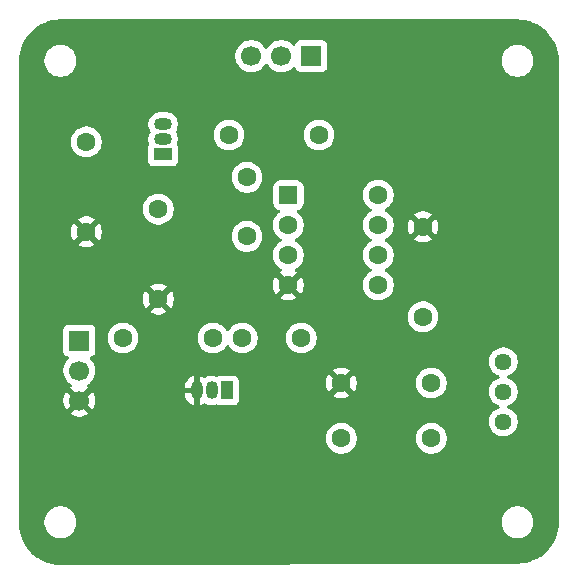
<source format=gbr>
%TF.GenerationSoftware,KiCad,Pcbnew,9.0.3*%
%TF.CreationDate,2025-09-29T14:03:59+08:00*%
%TF.ProjectId,RUSSELS LASER FINAL,52555353-454c-4532-904c-415345522046,rev?*%
%TF.SameCoordinates,Original*%
%TF.FileFunction,Copper,L2,Bot*%
%TF.FilePolarity,Positive*%
%FSLAX46Y46*%
G04 Gerber Fmt 4.6, Leading zero omitted, Abs format (unit mm)*
G04 Created by KiCad (PCBNEW 9.0.3) date 2025-09-29 14:03:59*
%MOMM*%
%LPD*%
G01*
G04 APERTURE LIST*
G04 Aperture macros list*
%AMRoundRect*
0 Rectangle with rounded corners*
0 $1 Rounding radius*
0 $2 $3 $4 $5 $6 $7 $8 $9 X,Y pos of 4 corners*
0 Add a 4 corners polygon primitive as box body*
4,1,4,$2,$3,$4,$5,$6,$7,$8,$9,$2,$3,0*
0 Add four circle primitives for the rounded corners*
1,1,$1+$1,$2,$3*
1,1,$1+$1,$4,$5*
1,1,$1+$1,$6,$7*
1,1,$1+$1,$8,$9*
0 Add four rect primitives between the rounded corners*
20,1,$1+$1,$2,$3,$4,$5,0*
20,1,$1+$1,$4,$5,$6,$7,0*
20,1,$1+$1,$6,$7,$8,$9,0*
20,1,$1+$1,$8,$9,$2,$3,0*%
G04 Aperture macros list end*
%TA.AperFunction,ComponentPad*%
%ADD10R,1.700000X1.700000*%
%TD*%
%TA.AperFunction,ComponentPad*%
%ADD11C,1.700000*%
%TD*%
%TA.AperFunction,ComponentPad*%
%ADD12C,1.600000*%
%TD*%
%TA.AperFunction,ComponentPad*%
%ADD13R,1.050000X1.500000*%
%TD*%
%TA.AperFunction,ComponentPad*%
%ADD14O,1.050000X1.500000*%
%TD*%
%TA.AperFunction,ComponentPad*%
%ADD15C,1.440000*%
%TD*%
%TA.AperFunction,ComponentPad*%
%ADD16R,1.500000X1.050000*%
%TD*%
%TA.AperFunction,ComponentPad*%
%ADD17O,1.500000X1.050000*%
%TD*%
%TA.AperFunction,ComponentPad*%
%ADD18RoundRect,0.250000X-0.550000X-0.550000X0.550000X-0.550000X0.550000X0.550000X-0.550000X0.550000X0*%
%TD*%
%TA.AperFunction,ViaPad*%
%ADD19C,0.900000*%
%TD*%
G04 APERTURE END LIST*
D10*
%TO.P,MB_CONN1,1,Pin_1*%
%TO.N,/5V_SUPPLY*%
X181600000Y-82320000D03*
D11*
%TO.P,MB_CONN1,2,Pin_2*%
%TO.N,/3.3V_SUPPLY*%
X181600000Y-84860000D03*
%TO.P,MB_CONN1,3,Pin_3*%
%TO.N,GND*%
X181600000Y-87400000D03*
%TD*%
D12*
%TO.P,R6,1*%
%TO.N,Net-(Q2-G)*%
X194280000Y-64900000D03*
%TO.P,R6,2*%
%TO.N,Net-(C2-Pad2)*%
X201900000Y-64900000D03*
%TD*%
D13*
%TO.P,Q1,1,C*%
%TO.N,Net-(Q1-C)*%
X194100000Y-86540000D03*
D14*
%TO.P,Q1,2,B*%
%TO.N,Net-(Q1-B)*%
X192830000Y-86540000D03*
%TO.P,Q1,3,E*%
%TO.N,GND*%
X191560000Y-86540000D03*
%TD*%
D15*
%TO.P,RV1,1,1*%
%TO.N,Net-(R1-Pad2)*%
X217500000Y-89200000D03*
%TO.P,RV1,2,2*%
%TO.N,/V_ref*%
X217500000Y-86660000D03*
%TO.P,RV1,3,3*%
%TO.N,Net-(R3-Pad1)*%
X217500000Y-84120000D03*
%TD*%
D12*
%TO.P,R4,1*%
%TO.N,/3.3V_SUPPLY*%
X185300000Y-82100000D03*
%TO.P,R4,2*%
%TO.N,Net-(Q1-B)*%
X192920000Y-82100000D03*
%TD*%
%TO.P,C1,1*%
%TO.N,/V_ref*%
X200400000Y-82100000D03*
%TO.P,C1,2*%
%TO.N,Net-(Q1-C)*%
X195400000Y-82100000D03*
%TD*%
D16*
%TO.P,Q2,1,S*%
%TO.N,Net-(Q2-S)*%
X188700000Y-66540000D03*
D17*
%TO.P,Q2,2,G*%
%TO.N,Net-(Q2-G)*%
X188700000Y-65270000D03*
%TO.P,Q2,3,D*%
%TO.N,Net-(LSR_CONN1-Pin_1)*%
X188700000Y-64000000D03*
%TD*%
D12*
%TO.P,R5,1*%
%TO.N,GND*%
X188300000Y-78810000D03*
%TO.P,R5,2*%
%TO.N,Net-(Q2-S)*%
X188300000Y-71190000D03*
%TD*%
%TO.P,R3,1*%
%TO.N,Net-(R3-Pad1)*%
X210700000Y-80300000D03*
%TO.P,R3,2*%
%TO.N,GND*%
X210700000Y-72680000D03*
%TD*%
D18*
%TO.P,U1,1*%
%TO.N,Net-(C2-Pad2)*%
X199300000Y-70000000D03*
D12*
%TO.P,U1,2,-*%
%TO.N,Net-(Q2-S)*%
X199300000Y-72540000D03*
%TO.P,U1,3,+*%
%TO.N,/V_ref*%
X199300000Y-75080000D03*
%TO.P,U1,4,V-*%
%TO.N,GND*%
X199300000Y-77620000D03*
%TO.P,U1,5,+*%
%TO.N,unconnected-(U1B-+-Pad5)*%
X206920000Y-77620000D03*
%TO.P,U1,6,-*%
%TO.N,unconnected-(U1B---Pad6)*%
X206920000Y-75080000D03*
%TO.P,U1,7*%
%TO.N,unconnected-(U1-Pad7)*%
X206920000Y-72540000D03*
%TO.P,U1,8,V+*%
%TO.N,/5V_SUPPLY*%
X206920000Y-70000000D03*
%TD*%
%TO.P,R1,1*%
%TO.N,/5V_SUPPLY*%
X203790000Y-90600000D03*
%TO.P,R1,2*%
%TO.N,Net-(R1-Pad2)*%
X211410000Y-90600000D03*
%TD*%
%TO.P,R2,1*%
%TO.N,Net-(R1-Pad2)*%
X211400000Y-85900000D03*
%TO.P,R2,2*%
%TO.N,GND*%
X203780000Y-85900000D03*
%TD*%
%TO.P,R7,1*%
%TO.N,Net-(Q2-G)*%
X182200000Y-65490000D03*
%TO.P,R7,2*%
%TO.N,GND*%
X182200000Y-73110000D03*
%TD*%
%TO.P,C2,1*%
%TO.N,Net-(Q2-S)*%
X195800000Y-73500000D03*
%TO.P,C2,2*%
%TO.N,Net-(C2-Pad2)*%
X195800000Y-68500000D03*
%TD*%
D10*
%TO.P,LSR_CONN,1,Pin_1*%
%TO.N,Net-(LSR_CONN1-Pin_1)*%
X201240000Y-58228427D03*
D11*
%TO.P,LSR_CONN,2,Pin_2*%
%TO.N,unconnected-(LSR_CONN1-Pin_2-Pad2)*%
X198700000Y-58228427D03*
%TO.P,LSR_CONN,3,Pin_3*%
%TO.N,/5V_SUPPLY*%
X196160000Y-58228427D03*
%TD*%
D19*
%TO.N,GND*%
X190800000Y-97075000D03*
X208625000Y-59075000D03*
X185091667Y-97075000D03*
X199725000Y-94450000D03*
X194016667Y-94450000D03*
X204575000Y-75025000D03*
X211500000Y-59075000D03*
X219825000Y-63566666D03*
X180750000Y-77525000D03*
X204325000Y-70775000D03*
X197725000Y-89150000D03*
X192525000Y-75575000D03*
X200600000Y-89150000D03*
X185275000Y-70925000D03*
X213633334Y-97075000D03*
X195400000Y-78925000D03*
X188425000Y-59225000D03*
X188400000Y-88150000D03*
X196508334Y-97075000D03*
X208200000Y-80600000D03*
X188325000Y-61425000D03*
X201700000Y-75025000D03*
X201450000Y-70775000D03*
X185525000Y-88150000D03*
X191300000Y-59225000D03*
X185525000Y-85775000D03*
X211141667Y-94450000D03*
X183625000Y-77525000D03*
X205433333Y-94450000D03*
X216650000Y-80500000D03*
X182600000Y-94450000D03*
X180800000Y-75525000D03*
X200600000Y-86050000D03*
X219825000Y-74983333D03*
X207925000Y-97075000D03*
X197725000Y-86050000D03*
X209100000Y-88250000D03*
X216850000Y-94450000D03*
X188400000Y-85775000D03*
X206225000Y-88250000D03*
X205325000Y-80600000D03*
X204300000Y-61925000D03*
X215475000Y-74800000D03*
X201425000Y-61925000D03*
X202216667Y-97075000D03*
X183675000Y-75525000D03*
X191200000Y-61425000D03*
X188308333Y-94450000D03*
X219825000Y-80691666D03*
X195400000Y-75575000D03*
X192525000Y-78925000D03*
X185275000Y-68050000D03*
X219825000Y-69275000D03*
%TD*%
%TA.AperFunction,Conductor*%
%TO.N,GND*%
G36*
X218703030Y-55125648D02*
G01*
X219036929Y-55142052D01*
X219049037Y-55143245D01*
X219152146Y-55158539D01*
X219376699Y-55191849D01*
X219388617Y-55194219D01*
X219709951Y-55274709D01*
X219721588Y-55278240D01*
X219731099Y-55281643D01*
X220033467Y-55389832D01*
X220044688Y-55394479D01*
X220344163Y-55536120D01*
X220354871Y-55541844D01*
X220638988Y-55712137D01*
X220649106Y-55718897D01*
X220915170Y-55916224D01*
X220924576Y-55923944D01*
X221170013Y-56146395D01*
X221178604Y-56154986D01*
X221365755Y-56361475D01*
X221401055Y-56400423D01*
X221408775Y-56409829D01*
X221606102Y-56675893D01*
X221612862Y-56686011D01*
X221747823Y-56911181D01*
X221783148Y-56970116D01*
X221788883Y-56980844D01*
X221862309Y-57136091D01*
X221930514Y-57280297D01*
X221935170Y-57291540D01*
X222046759Y-57603411D01*
X222050292Y-57615055D01*
X222130777Y-57936369D01*
X222133151Y-57948305D01*
X222181754Y-58275962D01*
X222182947Y-58288071D01*
X222199351Y-58621966D01*
X222199500Y-58628051D01*
X222199500Y-97696948D01*
X222199351Y-97703033D01*
X222182947Y-98036928D01*
X222181754Y-98049037D01*
X222133151Y-98376694D01*
X222130777Y-98388630D01*
X222050292Y-98709944D01*
X222046759Y-98721588D01*
X221935170Y-99033459D01*
X221930514Y-99044702D01*
X221788885Y-99344151D01*
X221783148Y-99354883D01*
X221612862Y-99638988D01*
X221606102Y-99649106D01*
X221408775Y-99915170D01*
X221401055Y-99924576D01*
X221178611Y-100170006D01*
X221170006Y-100178611D01*
X220924576Y-100401055D01*
X220915170Y-100408775D01*
X220649106Y-100606102D01*
X220638988Y-100612862D01*
X220354883Y-100783148D01*
X220344151Y-100788885D01*
X220044702Y-100930514D01*
X220033459Y-100935170D01*
X219721588Y-101046759D01*
X219709944Y-101050292D01*
X219388630Y-101130777D01*
X219376695Y-101133151D01*
X219049039Y-101181754D01*
X219036928Y-101182947D01*
X218703016Y-101199351D01*
X218697259Y-101199500D01*
X218634108Y-101199500D01*
X218633476Y-101199668D01*
X218624888Y-101199691D01*
X218624886Y-101199690D01*
X218624881Y-101199691D01*
X180003170Y-101299489D01*
X179996766Y-101299340D01*
X179663072Y-101282947D01*
X179650962Y-101281754D01*
X179323305Y-101233151D01*
X179311369Y-101230777D01*
X178990055Y-101150292D01*
X178978411Y-101146759D01*
X178666540Y-101035170D01*
X178655301Y-101030515D01*
X178355844Y-100888883D01*
X178345121Y-100883150D01*
X178142498Y-100761703D01*
X178061011Y-100712862D01*
X178050893Y-100706102D01*
X177784829Y-100508775D01*
X177775423Y-100501055D01*
X177710642Y-100442341D01*
X177529986Y-100278604D01*
X177521395Y-100270013D01*
X177298944Y-100024576D01*
X177291224Y-100015170D01*
X177093897Y-99749106D01*
X177087137Y-99738988D01*
X177030334Y-99644218D01*
X176916844Y-99454871D01*
X176911120Y-99444163D01*
X176769479Y-99144688D01*
X176764829Y-99133459D01*
X176733071Y-99044702D01*
X176653240Y-98821588D01*
X176649707Y-98809944D01*
X176640958Y-98775015D01*
X176569219Y-98488617D01*
X176566848Y-98476694D01*
X176518245Y-98149037D01*
X176517052Y-98136927D01*
X176500649Y-97803032D01*
X176500500Y-97796948D01*
X176500500Y-97593713D01*
X178649500Y-97593713D01*
X178649500Y-97806287D01*
X178682754Y-98016243D01*
X178693409Y-98049037D01*
X178748444Y-98218414D01*
X178844951Y-98407820D01*
X178969890Y-98579786D01*
X179120213Y-98730109D01*
X179292179Y-98855048D01*
X179292181Y-98855049D01*
X179292184Y-98855051D01*
X179481588Y-98951557D01*
X179683757Y-99017246D01*
X179893713Y-99050500D01*
X179893714Y-99050500D01*
X180106286Y-99050500D01*
X180106287Y-99050500D01*
X180316243Y-99017246D01*
X180518412Y-98951557D01*
X180707816Y-98855051D01*
X180817977Y-98775015D01*
X180879786Y-98730109D01*
X180879788Y-98730106D01*
X180879792Y-98730104D01*
X181030104Y-98579792D01*
X181030106Y-98579788D01*
X181030109Y-98579786D01*
X181155048Y-98407820D01*
X181155047Y-98407820D01*
X181155051Y-98407816D01*
X181251557Y-98218412D01*
X181317246Y-98016243D01*
X181350500Y-97806287D01*
X181350500Y-97593713D01*
X217349500Y-97593713D01*
X217349500Y-97806287D01*
X217382754Y-98016243D01*
X217393409Y-98049037D01*
X217448444Y-98218414D01*
X217544951Y-98407820D01*
X217669890Y-98579786D01*
X217820213Y-98730109D01*
X217992179Y-98855048D01*
X217992181Y-98855049D01*
X217992184Y-98855051D01*
X218181588Y-98951557D01*
X218383757Y-99017246D01*
X218593713Y-99050500D01*
X218593714Y-99050500D01*
X218806286Y-99050500D01*
X218806287Y-99050500D01*
X219016243Y-99017246D01*
X219218412Y-98951557D01*
X219407816Y-98855051D01*
X219517977Y-98775015D01*
X219579786Y-98730109D01*
X219579788Y-98730106D01*
X219579792Y-98730104D01*
X219730104Y-98579792D01*
X219730106Y-98579788D01*
X219730109Y-98579786D01*
X219855048Y-98407820D01*
X219855047Y-98407820D01*
X219855051Y-98407816D01*
X219951557Y-98218412D01*
X220017246Y-98016243D01*
X220050500Y-97806287D01*
X220050500Y-97593713D01*
X220017246Y-97383757D01*
X219951557Y-97181588D01*
X219855051Y-96992184D01*
X219855049Y-96992181D01*
X219855048Y-96992179D01*
X219730109Y-96820213D01*
X219579786Y-96669890D01*
X219407820Y-96544951D01*
X219218414Y-96448444D01*
X219218413Y-96448443D01*
X219218412Y-96448443D01*
X219016243Y-96382754D01*
X219016241Y-96382753D01*
X219016240Y-96382753D01*
X218854957Y-96357208D01*
X218806287Y-96349500D01*
X218593713Y-96349500D01*
X218545042Y-96357208D01*
X218383760Y-96382753D01*
X218181585Y-96448444D01*
X217992179Y-96544951D01*
X217820213Y-96669890D01*
X217669890Y-96820213D01*
X217544951Y-96992179D01*
X217448444Y-97181585D01*
X217382753Y-97383760D01*
X217349500Y-97593713D01*
X181350500Y-97593713D01*
X181317246Y-97383757D01*
X181251557Y-97181588D01*
X181155051Y-96992184D01*
X181155049Y-96992181D01*
X181155048Y-96992179D01*
X181030109Y-96820213D01*
X180879786Y-96669890D01*
X180707820Y-96544951D01*
X180518414Y-96448444D01*
X180518413Y-96448443D01*
X180518412Y-96448443D01*
X180316243Y-96382754D01*
X180316241Y-96382753D01*
X180316240Y-96382753D01*
X180154957Y-96357208D01*
X180106287Y-96349500D01*
X179893713Y-96349500D01*
X179845042Y-96357208D01*
X179683760Y-96382753D01*
X179481585Y-96448444D01*
X179292179Y-96544951D01*
X179120213Y-96669890D01*
X178969890Y-96820213D01*
X178844951Y-96992179D01*
X178748444Y-97181585D01*
X178682753Y-97383760D01*
X178649500Y-97593713D01*
X176500500Y-97593713D01*
X176500500Y-90497648D01*
X202489500Y-90497648D01*
X202489500Y-90702351D01*
X202521522Y-90904534D01*
X202584781Y-91099223D01*
X202677715Y-91281613D01*
X202798028Y-91447213D01*
X202942786Y-91591971D01*
X203097749Y-91704556D01*
X203108390Y-91712287D01*
X203224607Y-91771503D01*
X203290776Y-91805218D01*
X203290778Y-91805218D01*
X203290781Y-91805220D01*
X203395137Y-91839127D01*
X203485465Y-91868477D01*
X203586557Y-91884488D01*
X203687648Y-91900500D01*
X203687649Y-91900500D01*
X203892351Y-91900500D01*
X203892352Y-91900500D01*
X204094534Y-91868477D01*
X204289219Y-91805220D01*
X204471610Y-91712287D01*
X204564590Y-91644732D01*
X204637213Y-91591971D01*
X204637215Y-91591968D01*
X204637219Y-91591966D01*
X204781966Y-91447219D01*
X204781968Y-91447215D01*
X204781971Y-91447213D01*
X204834732Y-91374590D01*
X204902287Y-91281610D01*
X204995220Y-91099219D01*
X205058477Y-90904534D01*
X205090500Y-90702352D01*
X205090500Y-90497648D01*
X210109500Y-90497648D01*
X210109500Y-90702351D01*
X210141522Y-90904534D01*
X210204781Y-91099223D01*
X210297715Y-91281613D01*
X210418028Y-91447213D01*
X210562786Y-91591971D01*
X210717749Y-91704556D01*
X210728390Y-91712287D01*
X210844607Y-91771503D01*
X210910776Y-91805218D01*
X210910778Y-91805218D01*
X210910781Y-91805220D01*
X211015137Y-91839127D01*
X211105465Y-91868477D01*
X211206557Y-91884488D01*
X211307648Y-91900500D01*
X211307649Y-91900500D01*
X211512351Y-91900500D01*
X211512352Y-91900500D01*
X211714534Y-91868477D01*
X211909219Y-91805220D01*
X212091610Y-91712287D01*
X212184590Y-91644732D01*
X212257213Y-91591971D01*
X212257215Y-91591968D01*
X212257219Y-91591966D01*
X212401966Y-91447219D01*
X212401968Y-91447215D01*
X212401971Y-91447213D01*
X212454732Y-91374590D01*
X212522287Y-91281610D01*
X212615220Y-91099219D01*
X212678477Y-90904534D01*
X212710500Y-90702352D01*
X212710500Y-90497648D01*
X212678477Y-90295466D01*
X212661710Y-90243864D01*
X212615218Y-90100776D01*
X212581503Y-90034607D01*
X212522287Y-89918390D01*
X212514556Y-89907749D01*
X212401971Y-89752786D01*
X212257213Y-89608028D01*
X212091613Y-89487715D01*
X212091612Y-89487714D01*
X212091610Y-89487713D01*
X212034653Y-89458691D01*
X211909223Y-89394781D01*
X211714534Y-89331522D01*
X211539995Y-89303878D01*
X211512352Y-89299500D01*
X211307648Y-89299500D01*
X211283329Y-89303351D01*
X211105465Y-89331522D01*
X210910776Y-89394781D01*
X210728386Y-89487715D01*
X210562786Y-89608028D01*
X210418028Y-89752786D01*
X210297715Y-89918386D01*
X210204781Y-90100776D01*
X210141522Y-90295465D01*
X210109500Y-90497648D01*
X205090500Y-90497648D01*
X205058477Y-90295466D01*
X205041710Y-90243864D01*
X204995218Y-90100776D01*
X204961503Y-90034607D01*
X204902287Y-89918390D01*
X204894556Y-89907749D01*
X204781971Y-89752786D01*
X204637213Y-89608028D01*
X204471613Y-89487715D01*
X204471612Y-89487714D01*
X204471610Y-89487713D01*
X204414653Y-89458691D01*
X204289223Y-89394781D01*
X204094534Y-89331522D01*
X203919995Y-89303878D01*
X203892352Y-89299500D01*
X203687648Y-89299500D01*
X203663329Y-89303351D01*
X203485465Y-89331522D01*
X203290776Y-89394781D01*
X203108386Y-89487715D01*
X202942786Y-89608028D01*
X202798028Y-89752786D01*
X202677715Y-89918386D01*
X202584781Y-90100776D01*
X202521522Y-90295465D01*
X202489500Y-90497648D01*
X176500500Y-90497648D01*
X176500500Y-81422135D01*
X180249500Y-81422135D01*
X180249500Y-83217870D01*
X180249501Y-83217876D01*
X180255908Y-83277483D01*
X180306202Y-83412328D01*
X180306206Y-83412335D01*
X180392452Y-83527544D01*
X180392455Y-83527547D01*
X180507664Y-83613793D01*
X180507671Y-83613797D01*
X180639082Y-83662810D01*
X180695016Y-83704681D01*
X180719433Y-83770145D01*
X180704582Y-83838418D01*
X180683431Y-83866673D01*
X180569889Y-83980215D01*
X180444951Y-84152179D01*
X180348444Y-84341585D01*
X180282753Y-84543760D01*
X180249500Y-84753713D01*
X180249500Y-84966286D01*
X180282410Y-85174076D01*
X180282754Y-85176243D01*
X180347615Y-85375865D01*
X180348444Y-85378414D01*
X180444951Y-85567820D01*
X180569890Y-85739786D01*
X180720213Y-85890109D01*
X180892179Y-86015048D01*
X180892181Y-86015049D01*
X180892184Y-86015051D01*
X180901493Y-86019794D01*
X180952290Y-86067766D01*
X180969087Y-86135587D01*
X180946552Y-86201722D01*
X180901505Y-86240760D01*
X180892446Y-86245376D01*
X180892440Y-86245380D01*
X180838282Y-86284727D01*
X180838282Y-86284728D01*
X181470591Y-86917037D01*
X181407007Y-86934075D01*
X181292993Y-86999901D01*
X181199901Y-87092993D01*
X181134075Y-87207007D01*
X181117037Y-87270591D01*
X180484728Y-86638282D01*
X180484727Y-86638282D01*
X180445380Y-86692439D01*
X180348904Y-86881782D01*
X180283242Y-87083869D01*
X180283242Y-87083872D01*
X180250000Y-87293753D01*
X180250000Y-87506246D01*
X180283242Y-87716127D01*
X180283242Y-87716130D01*
X180348904Y-87918217D01*
X180445375Y-88107550D01*
X180484728Y-88161716D01*
X181117037Y-87529408D01*
X181134075Y-87592993D01*
X181199901Y-87707007D01*
X181292993Y-87800099D01*
X181407007Y-87865925D01*
X181470590Y-87882962D01*
X180838282Y-88515269D01*
X180838282Y-88515270D01*
X180892449Y-88554624D01*
X181081782Y-88651095D01*
X181283870Y-88716757D01*
X181493754Y-88750000D01*
X181706246Y-88750000D01*
X181916127Y-88716757D01*
X181916130Y-88716757D01*
X182118217Y-88651095D01*
X182307554Y-88554622D01*
X182361716Y-88515270D01*
X182361717Y-88515270D01*
X181729408Y-87882962D01*
X181792993Y-87865925D01*
X181907007Y-87800099D01*
X182000099Y-87707007D01*
X182065925Y-87592993D01*
X182082962Y-87529408D01*
X182715270Y-88161717D01*
X182715270Y-88161716D01*
X182754622Y-88107554D01*
X182851095Y-87918217D01*
X182916757Y-87716130D01*
X182916757Y-87716127D01*
X182950000Y-87506246D01*
X182950000Y-87293753D01*
X182916757Y-87083872D01*
X182916757Y-87083869D01*
X182851095Y-86881782D01*
X182806843Y-86794933D01*
X182754624Y-86692449D01*
X182715270Y-86638282D01*
X182715269Y-86638282D01*
X182082962Y-87270590D01*
X182065925Y-87207007D01*
X182000099Y-87092993D01*
X181907007Y-86999901D01*
X181792993Y-86934075D01*
X181729409Y-86917037D01*
X182361036Y-86285408D01*
X182284222Y-86232236D01*
X182269517Y-86214041D01*
X190535000Y-86214041D01*
X190535000Y-86290000D01*
X191279670Y-86290000D01*
X191259925Y-86309745D01*
X191210556Y-86395255D01*
X191185000Y-86490630D01*
X191185000Y-86589370D01*
X191210556Y-86684745D01*
X191259925Y-86770255D01*
X191279670Y-86790000D01*
X190535000Y-86790000D01*
X190535000Y-86865958D01*
X190574387Y-87063974D01*
X190574390Y-87063983D01*
X190651652Y-87250513D01*
X190651659Y-87250526D01*
X190763829Y-87418399D01*
X190763832Y-87418403D01*
X190906596Y-87561167D01*
X190906600Y-87561170D01*
X191074473Y-87673340D01*
X191074486Y-87673347D01*
X191261016Y-87750609D01*
X191261025Y-87750612D01*
X191310000Y-87760353D01*
X191310000Y-86820330D01*
X191329745Y-86840075D01*
X191415255Y-86889444D01*
X191510630Y-86915000D01*
X191609370Y-86915000D01*
X191704745Y-86889444D01*
X191790255Y-86840075D01*
X191804500Y-86825830D01*
X191804500Y-86866002D01*
X191807617Y-86881671D01*
X191810000Y-86905865D01*
X191810000Y-87760352D01*
X191858974Y-87750612D01*
X191858983Y-87750609D01*
X192045515Y-87673346D01*
X192045518Y-87673344D01*
X192125658Y-87619796D01*
X192192335Y-87598917D01*
X192259716Y-87617401D01*
X192263422Y-87619783D01*
X192344244Y-87673786D01*
X192530873Y-87751091D01*
X192696777Y-87784091D01*
X192728992Y-87790499D01*
X192728996Y-87790500D01*
X192728997Y-87790500D01*
X192931004Y-87790500D01*
X192931005Y-87790499D01*
X193129127Y-87751091D01*
X193130284Y-87750612D01*
X193172879Y-87732968D01*
X193209798Y-87717674D01*
X193279267Y-87710205D01*
X193324658Y-87729962D01*
X193324886Y-87729546D01*
X193329540Y-87732087D01*
X193331562Y-87732967D01*
X193332669Y-87733796D01*
X193332670Y-87733796D01*
X193332671Y-87733797D01*
X193467517Y-87784091D01*
X193467516Y-87784091D01*
X193474444Y-87784835D01*
X193527127Y-87790500D01*
X194672872Y-87790499D01*
X194732483Y-87784091D01*
X194867331Y-87733796D01*
X194982546Y-87647546D01*
X195068796Y-87532331D01*
X195119091Y-87397483D01*
X195125500Y-87337873D01*
X195125499Y-86490630D01*
X195125499Y-85797682D01*
X202480000Y-85797682D01*
X202480000Y-86002317D01*
X202512009Y-86204417D01*
X202575244Y-86399031D01*
X202668141Y-86581350D01*
X202668147Y-86581359D01*
X202700523Y-86625921D01*
X202700524Y-86625922D01*
X203380000Y-85946446D01*
X203380000Y-85952661D01*
X203407259Y-86054394D01*
X203459920Y-86145606D01*
X203534394Y-86220080D01*
X203625606Y-86272741D01*
X203727339Y-86300000D01*
X203733553Y-86300000D01*
X203054076Y-86979474D01*
X203098650Y-87011859D01*
X203280968Y-87104755D01*
X203475582Y-87167990D01*
X203677683Y-87200000D01*
X203882317Y-87200000D01*
X204084417Y-87167990D01*
X204279031Y-87104755D01*
X204461349Y-87011859D01*
X204505921Y-86979474D01*
X203826447Y-86300000D01*
X203832661Y-86300000D01*
X203934394Y-86272741D01*
X204025606Y-86220080D01*
X204100080Y-86145606D01*
X204152741Y-86054394D01*
X204180000Y-85952661D01*
X204180000Y-85946447D01*
X204859474Y-86625921D01*
X204891859Y-86581349D01*
X204984755Y-86399031D01*
X205047990Y-86204417D01*
X205080000Y-86002317D01*
X205080000Y-85797682D01*
X205079995Y-85797648D01*
X210099500Y-85797648D01*
X210099500Y-86002351D01*
X210131522Y-86204534D01*
X210194781Y-86399223D01*
X210241356Y-86490630D01*
X210287585Y-86581359D01*
X210287715Y-86581613D01*
X210408028Y-86747213D01*
X210552786Y-86891971D01*
X210673226Y-86979474D01*
X210718390Y-87012287D01*
X210819849Y-87063983D01*
X210900776Y-87105218D01*
X210900778Y-87105218D01*
X210900781Y-87105220D01*
X211005137Y-87139127D01*
X211095465Y-87168477D01*
X211196557Y-87184488D01*
X211297648Y-87200500D01*
X211297649Y-87200500D01*
X211502351Y-87200500D01*
X211502352Y-87200500D01*
X211704534Y-87168477D01*
X211899219Y-87105220D01*
X212081610Y-87012287D01*
X212174590Y-86944732D01*
X212247213Y-86891971D01*
X212247215Y-86891968D01*
X212247219Y-86891966D01*
X212391966Y-86747219D01*
X212391968Y-86747215D01*
X212391971Y-86747213D01*
X212444732Y-86674590D01*
X212512287Y-86581610D01*
X212605220Y-86399219D01*
X212668477Y-86204534D01*
X212700500Y-86002352D01*
X212700500Y-85797648D01*
X212678951Y-85661596D01*
X212668477Y-85595465D01*
X212627221Y-85468494D01*
X212605220Y-85400781D01*
X212605218Y-85400778D01*
X212605218Y-85400776D01*
X212568598Y-85328907D01*
X212512287Y-85218390D01*
X212480092Y-85174077D01*
X212391971Y-85052786D01*
X212247213Y-84908028D01*
X212081613Y-84787715D01*
X212081612Y-84787714D01*
X212081610Y-84787713D01*
X212024653Y-84758691D01*
X211899223Y-84694781D01*
X211704534Y-84631522D01*
X211529995Y-84603878D01*
X211502352Y-84599500D01*
X211297648Y-84599500D01*
X211273329Y-84603351D01*
X211095465Y-84631522D01*
X210900776Y-84694781D01*
X210718386Y-84787715D01*
X210552786Y-84908028D01*
X210408028Y-85052786D01*
X210287715Y-85218386D01*
X210194781Y-85400776D01*
X210131522Y-85595465D01*
X210099500Y-85797648D01*
X205079995Y-85797648D01*
X205047990Y-85595582D01*
X204984755Y-85400968D01*
X204891859Y-85218650D01*
X204859474Y-85174077D01*
X204859474Y-85174076D01*
X204180000Y-85853551D01*
X204180000Y-85847339D01*
X204152741Y-85745606D01*
X204100080Y-85654394D01*
X204025606Y-85579920D01*
X203934394Y-85527259D01*
X203832661Y-85500000D01*
X203826446Y-85500000D01*
X204505922Y-84820524D01*
X204505921Y-84820523D01*
X204461359Y-84788147D01*
X204461350Y-84788141D01*
X204279031Y-84695244D01*
X204084417Y-84632009D01*
X203882317Y-84600000D01*
X203677683Y-84600000D01*
X203475582Y-84632009D01*
X203280968Y-84695244D01*
X203098644Y-84788143D01*
X203054077Y-84820523D01*
X203054077Y-84820524D01*
X203733554Y-85500000D01*
X203727339Y-85500000D01*
X203625606Y-85527259D01*
X203534394Y-85579920D01*
X203459920Y-85654394D01*
X203407259Y-85745606D01*
X203380000Y-85847339D01*
X203380000Y-85853553D01*
X202700524Y-85174077D01*
X202700523Y-85174077D01*
X202668143Y-85218644D01*
X202575244Y-85400968D01*
X202512009Y-85595582D01*
X202480000Y-85797682D01*
X195125499Y-85797682D01*
X195125499Y-85792816D01*
X195125499Y-85742129D01*
X195125498Y-85742123D01*
X195125247Y-85739792D01*
X195119091Y-85682517D01*
X195111289Y-85661600D01*
X195068797Y-85547671D01*
X195068793Y-85547664D01*
X194982547Y-85432455D01*
X194982544Y-85432452D01*
X194867335Y-85346206D01*
X194867328Y-85346202D01*
X194732482Y-85295908D01*
X194732483Y-85295908D01*
X194672883Y-85289501D01*
X194672881Y-85289500D01*
X194672873Y-85289500D01*
X194672864Y-85289500D01*
X193527129Y-85289500D01*
X193527123Y-85289501D01*
X193467516Y-85295908D01*
X193332672Y-85346202D01*
X193332665Y-85346206D01*
X193331556Y-85347037D01*
X193330258Y-85347520D01*
X193324887Y-85350454D01*
X193324465Y-85349681D01*
X193266090Y-85371449D01*
X193209800Y-85362325D01*
X193129127Y-85328909D01*
X193129119Y-85328907D01*
X192931007Y-85289500D01*
X192931003Y-85289500D01*
X192728997Y-85289500D01*
X192728992Y-85289500D01*
X192530880Y-85328907D01*
X192530872Y-85328909D01*
X192344243Y-85406214D01*
X192263439Y-85460204D01*
X192196761Y-85481081D01*
X192129382Y-85462595D01*
X192125659Y-85460203D01*
X192045526Y-85406659D01*
X192045513Y-85406652D01*
X191858984Y-85329390D01*
X191858977Y-85329388D01*
X191810000Y-85319645D01*
X191810000Y-86174134D01*
X191807617Y-86198326D01*
X191804500Y-86213995D01*
X191804500Y-86254170D01*
X191790255Y-86239925D01*
X191704745Y-86190556D01*
X191609370Y-86165000D01*
X191510630Y-86165000D01*
X191415255Y-86190556D01*
X191329745Y-86239925D01*
X191310000Y-86259670D01*
X191310000Y-85319646D01*
X191309999Y-85319645D01*
X191261022Y-85329388D01*
X191261015Y-85329390D01*
X191074486Y-85406652D01*
X191074473Y-85406659D01*
X190906600Y-85518829D01*
X190906596Y-85518832D01*
X190763832Y-85661596D01*
X190763829Y-85661600D01*
X190651659Y-85829473D01*
X190651652Y-85829486D01*
X190574390Y-86016016D01*
X190574387Y-86016025D01*
X190535000Y-86214041D01*
X182269517Y-86214041D01*
X182267288Y-86211283D01*
X182247706Y-86192788D01*
X182245658Y-86184520D01*
X182240304Y-86177895D01*
X182237386Y-86151111D01*
X182230912Y-86124966D01*
X182233659Y-86116904D01*
X182232737Y-86108436D01*
X182244760Y-86084331D01*
X182253451Y-86058832D01*
X182260546Y-86052684D01*
X182263924Y-86045913D01*
X182278103Y-86037472D01*
X182298508Y-86019793D01*
X182307816Y-86015051D01*
X182393689Y-85952661D01*
X182479786Y-85890109D01*
X182479788Y-85890106D01*
X182479792Y-85890104D01*
X182630104Y-85739792D01*
X182630106Y-85739788D01*
X182630109Y-85739786D01*
X182755048Y-85567820D01*
X182755047Y-85567820D01*
X182755051Y-85567816D01*
X182851557Y-85378412D01*
X182917246Y-85176243D01*
X182950500Y-84966287D01*
X182950500Y-84753713D01*
X182917246Y-84543757D01*
X182851557Y-84341588D01*
X182755051Y-84152184D01*
X182661881Y-84023945D01*
X216279500Y-84023945D01*
X216279500Y-84216054D01*
X216309553Y-84405802D01*
X216368916Y-84588506D01*
X216453094Y-84753713D01*
X216456135Y-84759681D01*
X216569055Y-84915102D01*
X216704898Y-85050945D01*
X216860319Y-85163865D01*
X216967840Y-85218650D01*
X217031493Y-85251083D01*
X217096081Y-85272069D01*
X217153756Y-85311506D01*
X217180955Y-85375865D01*
X217169041Y-85444711D01*
X217121797Y-85496187D01*
X217096081Y-85507931D01*
X217031493Y-85528916D01*
X216860318Y-85616135D01*
X216797747Y-85661596D01*
X216704898Y-85729055D01*
X216704896Y-85729057D01*
X216704895Y-85729057D01*
X216569057Y-85864895D01*
X216569057Y-85864896D01*
X216569055Y-85864898D01*
X216550742Y-85890104D01*
X216456135Y-86020318D01*
X216368916Y-86191493D01*
X216309553Y-86374197D01*
X216279500Y-86563945D01*
X216279500Y-86756054D01*
X216309553Y-86945802D01*
X216368916Y-87128506D01*
X216456135Y-87299681D01*
X216569055Y-87455102D01*
X216704898Y-87590945D01*
X216860319Y-87703865D01*
X217030345Y-87790498D01*
X217031493Y-87791083D01*
X217096081Y-87812069D01*
X217153756Y-87851506D01*
X217180955Y-87915865D01*
X217169041Y-87984711D01*
X217121797Y-88036187D01*
X217096081Y-88047931D01*
X217031493Y-88068916D01*
X216860318Y-88156135D01*
X216771645Y-88220560D01*
X216704898Y-88269055D01*
X216704896Y-88269057D01*
X216704895Y-88269057D01*
X216569057Y-88404895D01*
X216569057Y-88404896D01*
X216569055Y-88404898D01*
X216520560Y-88471645D01*
X216456135Y-88560318D01*
X216368916Y-88731493D01*
X216309553Y-88914197D01*
X216309553Y-88914199D01*
X216279500Y-89103945D01*
X216279500Y-89296055D01*
X216285118Y-89331523D01*
X216309553Y-89485802D01*
X216368916Y-89668506D01*
X216456135Y-89839681D01*
X216569055Y-89995102D01*
X216704898Y-90130945D01*
X216860319Y-90243865D01*
X216961591Y-90295466D01*
X217031493Y-90331083D01*
X217122845Y-90360764D01*
X217214199Y-90390447D01*
X217403945Y-90420500D01*
X217403946Y-90420500D01*
X217596054Y-90420500D01*
X217596055Y-90420500D01*
X217785801Y-90390447D01*
X217968509Y-90331082D01*
X218139681Y-90243865D01*
X218295102Y-90130945D01*
X218430945Y-89995102D01*
X218543865Y-89839681D01*
X218631082Y-89668509D01*
X218690447Y-89485801D01*
X218720500Y-89296055D01*
X218720500Y-89103945D01*
X218690447Y-88914199D01*
X218631082Y-88731491D01*
X218543865Y-88560319D01*
X218430945Y-88404898D01*
X218295102Y-88269055D01*
X218139681Y-88156135D01*
X218044336Y-88107554D01*
X217968504Y-88068915D01*
X217903919Y-88047931D01*
X217846243Y-88008494D01*
X217819044Y-87944136D01*
X217830958Y-87875289D01*
X217878202Y-87823813D01*
X217903919Y-87812069D01*
X217968504Y-87791084D01*
X217968506Y-87791082D01*
X217968509Y-87791082D01*
X218139681Y-87703865D01*
X218295102Y-87590945D01*
X218430945Y-87455102D01*
X218543865Y-87299681D01*
X218631082Y-87128509D01*
X218690447Y-86945801D01*
X218720500Y-86756055D01*
X218720500Y-86563945D01*
X218690447Y-86374199D01*
X218651247Y-86253553D01*
X218631083Y-86191493D01*
X218602597Y-86135587D01*
X218543865Y-86020319D01*
X218430945Y-85864898D01*
X218295102Y-85729055D01*
X218139681Y-85616135D01*
X218099114Y-85595465D01*
X217968504Y-85528915D01*
X217903919Y-85507931D01*
X217846243Y-85468494D01*
X217819044Y-85404136D01*
X217830958Y-85335289D01*
X217878202Y-85283813D01*
X217903919Y-85272069D01*
X217968504Y-85251084D01*
X217968506Y-85251082D01*
X217968509Y-85251082D01*
X218139681Y-85163865D01*
X218295102Y-85050945D01*
X218430945Y-84915102D01*
X218543865Y-84759681D01*
X218631082Y-84588509D01*
X218690447Y-84405801D01*
X218720500Y-84216055D01*
X218720500Y-84023945D01*
X218690447Y-83834199D01*
X218658429Y-83735658D01*
X218631083Y-83651493D01*
X218543864Y-83480318D01*
X218430945Y-83324898D01*
X218295102Y-83189055D01*
X218139681Y-83076135D01*
X217968506Y-82988916D01*
X217785802Y-82929553D01*
X217690928Y-82914526D01*
X217596055Y-82899500D01*
X217403945Y-82899500D01*
X217340696Y-82909517D01*
X217214197Y-82929553D01*
X217031493Y-82988916D01*
X216860318Y-83076135D01*
X216771645Y-83140560D01*
X216704898Y-83189055D01*
X216704896Y-83189057D01*
X216704895Y-83189057D01*
X216569057Y-83324895D01*
X216569057Y-83324896D01*
X216569055Y-83324898D01*
X216537393Y-83368477D01*
X216456135Y-83480318D01*
X216368916Y-83651493D01*
X216309553Y-83834197D01*
X216279500Y-84023945D01*
X182661881Y-84023945D01*
X182630104Y-83980208D01*
X182516569Y-83866673D01*
X182483084Y-83805350D01*
X182488068Y-83735658D01*
X182529940Y-83679725D01*
X182560915Y-83662810D01*
X182692331Y-83613796D01*
X182807546Y-83527546D01*
X182893796Y-83412331D01*
X182944091Y-83277483D01*
X182950500Y-83217873D01*
X182950499Y-81997648D01*
X183999500Y-81997648D01*
X183999500Y-82202351D01*
X184031522Y-82404534D01*
X184094781Y-82599223D01*
X184187715Y-82781613D01*
X184308028Y-82947213D01*
X184452786Y-83091971D01*
X184586416Y-83189057D01*
X184618390Y-83212287D01*
X184734607Y-83271503D01*
X184800776Y-83305218D01*
X184800778Y-83305218D01*
X184800781Y-83305220D01*
X184861344Y-83324898D01*
X184995465Y-83368477D01*
X185096557Y-83384488D01*
X185197648Y-83400500D01*
X185197649Y-83400500D01*
X185402351Y-83400500D01*
X185402352Y-83400500D01*
X185604534Y-83368477D01*
X185799219Y-83305220D01*
X185981610Y-83212287D01*
X186074590Y-83144732D01*
X186147213Y-83091971D01*
X186147215Y-83091968D01*
X186147219Y-83091966D01*
X186291966Y-82947219D01*
X186291968Y-82947215D01*
X186291971Y-82947213D01*
X186344732Y-82874590D01*
X186412287Y-82781610D01*
X186505220Y-82599219D01*
X186568477Y-82404534D01*
X186600500Y-82202352D01*
X186600500Y-81997648D01*
X191619500Y-81997648D01*
X191619500Y-82202351D01*
X191651522Y-82404534D01*
X191714781Y-82599223D01*
X191807715Y-82781613D01*
X191928028Y-82947213D01*
X192072786Y-83091971D01*
X192206416Y-83189057D01*
X192238390Y-83212287D01*
X192354607Y-83271503D01*
X192420776Y-83305218D01*
X192420778Y-83305218D01*
X192420781Y-83305220D01*
X192481344Y-83324898D01*
X192615465Y-83368477D01*
X192716557Y-83384488D01*
X192817648Y-83400500D01*
X192817649Y-83400500D01*
X193022351Y-83400500D01*
X193022352Y-83400500D01*
X193224534Y-83368477D01*
X193419219Y-83305220D01*
X193601610Y-83212287D01*
X193694590Y-83144732D01*
X193767213Y-83091971D01*
X193767215Y-83091968D01*
X193767219Y-83091966D01*
X193911966Y-82947219D01*
X193911968Y-82947215D01*
X193911971Y-82947213D01*
X193964732Y-82874590D01*
X194032287Y-82781610D01*
X194049515Y-82747797D01*
X194097490Y-82697002D01*
X194165311Y-82680207D01*
X194231446Y-82702744D01*
X194270485Y-82747798D01*
X194287715Y-82781613D01*
X194408028Y-82947213D01*
X194552786Y-83091971D01*
X194686416Y-83189057D01*
X194718390Y-83212287D01*
X194834607Y-83271503D01*
X194900776Y-83305218D01*
X194900778Y-83305218D01*
X194900781Y-83305220D01*
X194961344Y-83324898D01*
X195095465Y-83368477D01*
X195196557Y-83384488D01*
X195297648Y-83400500D01*
X195297649Y-83400500D01*
X195502351Y-83400500D01*
X195502352Y-83400500D01*
X195704534Y-83368477D01*
X195899219Y-83305220D01*
X196081610Y-83212287D01*
X196174590Y-83144732D01*
X196247213Y-83091971D01*
X196247215Y-83091968D01*
X196247219Y-83091966D01*
X196391966Y-82947219D01*
X196391968Y-82947215D01*
X196391971Y-82947213D01*
X196444732Y-82874590D01*
X196512287Y-82781610D01*
X196605220Y-82599219D01*
X196668477Y-82404534D01*
X196700500Y-82202352D01*
X196700500Y-81997648D01*
X199099500Y-81997648D01*
X199099500Y-82202351D01*
X199131522Y-82404534D01*
X199194781Y-82599223D01*
X199287715Y-82781613D01*
X199408028Y-82947213D01*
X199552786Y-83091971D01*
X199686416Y-83189057D01*
X199718390Y-83212287D01*
X199834607Y-83271503D01*
X199900776Y-83305218D01*
X199900778Y-83305218D01*
X199900781Y-83305220D01*
X199961344Y-83324898D01*
X200095465Y-83368477D01*
X200196557Y-83384488D01*
X200297648Y-83400500D01*
X200297649Y-83400500D01*
X200502351Y-83400500D01*
X200502352Y-83400500D01*
X200704534Y-83368477D01*
X200899219Y-83305220D01*
X201081610Y-83212287D01*
X201174590Y-83144732D01*
X201247213Y-83091971D01*
X201247215Y-83091968D01*
X201247219Y-83091966D01*
X201391966Y-82947219D01*
X201391968Y-82947215D01*
X201391971Y-82947213D01*
X201444732Y-82874590D01*
X201512287Y-82781610D01*
X201605220Y-82599219D01*
X201668477Y-82404534D01*
X201700500Y-82202352D01*
X201700500Y-81997648D01*
X201668477Y-81795466D01*
X201605220Y-81600781D01*
X201605218Y-81600778D01*
X201605218Y-81600776D01*
X201552470Y-81497254D01*
X201512287Y-81418390D01*
X201504556Y-81407749D01*
X201391971Y-81252786D01*
X201247213Y-81108028D01*
X201081613Y-80987715D01*
X201081612Y-80987714D01*
X201081610Y-80987713D01*
X201024653Y-80958691D01*
X200899223Y-80894781D01*
X200704534Y-80831522D01*
X200529995Y-80803878D01*
X200502352Y-80799500D01*
X200297648Y-80799500D01*
X200273329Y-80803351D01*
X200095465Y-80831522D01*
X199900776Y-80894781D01*
X199718386Y-80987715D01*
X199552786Y-81108028D01*
X199408028Y-81252786D01*
X199287715Y-81418386D01*
X199194781Y-81600776D01*
X199131522Y-81795465D01*
X199099500Y-81997648D01*
X196700500Y-81997648D01*
X196668477Y-81795466D01*
X196605220Y-81600781D01*
X196605218Y-81600778D01*
X196605218Y-81600776D01*
X196552470Y-81497254D01*
X196512287Y-81418390D01*
X196504556Y-81407749D01*
X196391971Y-81252786D01*
X196247213Y-81108028D01*
X196081613Y-80987715D01*
X196081612Y-80987714D01*
X196081610Y-80987713D01*
X196024653Y-80958691D01*
X195899223Y-80894781D01*
X195704534Y-80831522D01*
X195529995Y-80803878D01*
X195502352Y-80799500D01*
X195297648Y-80799500D01*
X195273329Y-80803351D01*
X195095465Y-80831522D01*
X194900776Y-80894781D01*
X194718386Y-80987715D01*
X194552786Y-81108028D01*
X194408028Y-81252786D01*
X194287713Y-81418388D01*
X194270484Y-81452202D01*
X194222509Y-81502998D01*
X194154688Y-81519792D01*
X194088553Y-81497254D01*
X194049516Y-81452202D01*
X194032286Y-81418388D01*
X193911971Y-81252786D01*
X193767213Y-81108028D01*
X193601613Y-80987715D01*
X193601612Y-80987714D01*
X193601610Y-80987713D01*
X193544653Y-80958691D01*
X193419223Y-80894781D01*
X193224534Y-80831522D01*
X193049995Y-80803878D01*
X193022352Y-80799500D01*
X192817648Y-80799500D01*
X192793329Y-80803351D01*
X192615465Y-80831522D01*
X192420776Y-80894781D01*
X192238386Y-80987715D01*
X192072786Y-81108028D01*
X191928028Y-81252786D01*
X191807715Y-81418386D01*
X191714781Y-81600776D01*
X191651522Y-81795465D01*
X191619500Y-81997648D01*
X186600500Y-81997648D01*
X186568477Y-81795466D01*
X186505220Y-81600781D01*
X186505218Y-81600778D01*
X186505218Y-81600776D01*
X186452470Y-81497254D01*
X186412287Y-81418390D01*
X186404556Y-81407749D01*
X186291971Y-81252786D01*
X186147213Y-81108028D01*
X185981613Y-80987715D01*
X185981612Y-80987714D01*
X185981610Y-80987713D01*
X185924653Y-80958691D01*
X185799223Y-80894781D01*
X185604534Y-80831522D01*
X185429995Y-80803878D01*
X185402352Y-80799500D01*
X185197648Y-80799500D01*
X185173329Y-80803351D01*
X184995465Y-80831522D01*
X184800776Y-80894781D01*
X184618386Y-80987715D01*
X184452786Y-81108028D01*
X184308028Y-81252786D01*
X184187715Y-81418386D01*
X184094781Y-81600776D01*
X184031522Y-81795465D01*
X183999500Y-81997648D01*
X182950499Y-81997648D01*
X182950499Y-81422128D01*
X182944091Y-81362517D01*
X182917777Y-81291966D01*
X182893797Y-81227671D01*
X182893793Y-81227664D01*
X182807547Y-81112455D01*
X182807544Y-81112452D01*
X182692335Y-81026206D01*
X182692328Y-81026202D01*
X182557482Y-80975908D01*
X182557483Y-80975908D01*
X182497883Y-80969501D01*
X182497881Y-80969500D01*
X182497873Y-80969500D01*
X182497864Y-80969500D01*
X180702129Y-80969500D01*
X180702123Y-80969501D01*
X180642516Y-80975908D01*
X180507671Y-81026202D01*
X180507664Y-81026206D01*
X180392455Y-81112452D01*
X180392452Y-81112455D01*
X180306206Y-81227664D01*
X180306202Y-81227671D01*
X180255908Y-81362517D01*
X180250558Y-81412284D01*
X180249501Y-81422123D01*
X180249500Y-81422135D01*
X176500500Y-81422135D01*
X176500500Y-80197648D01*
X209399500Y-80197648D01*
X209399500Y-80402351D01*
X209431522Y-80604534D01*
X209494781Y-80799223D01*
X209543471Y-80894780D01*
X209584808Y-80975909D01*
X209587715Y-80981613D01*
X209708028Y-81147213D01*
X209852786Y-81291971D01*
X210007749Y-81404556D01*
X210018390Y-81412287D01*
X210134607Y-81471503D01*
X210200776Y-81505218D01*
X210200778Y-81505218D01*
X210200781Y-81505220D01*
X210305137Y-81539127D01*
X210395465Y-81568477D01*
X210496557Y-81584488D01*
X210597648Y-81600500D01*
X210597649Y-81600500D01*
X210802351Y-81600500D01*
X210802352Y-81600500D01*
X211004534Y-81568477D01*
X211199219Y-81505220D01*
X211381610Y-81412287D01*
X211474590Y-81344732D01*
X211547213Y-81291971D01*
X211547215Y-81291968D01*
X211547219Y-81291966D01*
X211691966Y-81147219D01*
X211691968Y-81147215D01*
X211691971Y-81147213D01*
X211779886Y-81026206D01*
X211812287Y-80981610D01*
X211905220Y-80799219D01*
X211968477Y-80604534D01*
X212000500Y-80402352D01*
X212000500Y-80197648D01*
X211968477Y-79995466D01*
X211905220Y-79800781D01*
X211905218Y-79800778D01*
X211905218Y-79800776D01*
X211871503Y-79734607D01*
X211812287Y-79618390D01*
X211804556Y-79607749D01*
X211691971Y-79452786D01*
X211547213Y-79308028D01*
X211381613Y-79187715D01*
X211381612Y-79187714D01*
X211381610Y-79187713D01*
X211324653Y-79158691D01*
X211199223Y-79094781D01*
X211004534Y-79031522D01*
X210829995Y-79003878D01*
X210802352Y-78999500D01*
X210597648Y-78999500D01*
X210573329Y-79003351D01*
X210395465Y-79031522D01*
X210200776Y-79094781D01*
X210018386Y-79187715D01*
X209852786Y-79308028D01*
X209708028Y-79452786D01*
X209587715Y-79618386D01*
X209494781Y-79800776D01*
X209431522Y-79995465D01*
X209399500Y-80197648D01*
X176500500Y-80197648D01*
X176500500Y-78707682D01*
X187000000Y-78707682D01*
X187000000Y-78912317D01*
X187032009Y-79114417D01*
X187095244Y-79309031D01*
X187188141Y-79491350D01*
X187188147Y-79491359D01*
X187220523Y-79535921D01*
X187220524Y-79535922D01*
X187900000Y-78856446D01*
X187900000Y-78862661D01*
X187927259Y-78964394D01*
X187979920Y-79055606D01*
X188054394Y-79130080D01*
X188145606Y-79182741D01*
X188247339Y-79210000D01*
X188253553Y-79210000D01*
X187574076Y-79889474D01*
X187618650Y-79921859D01*
X187800968Y-80014755D01*
X187995582Y-80077990D01*
X188197683Y-80110000D01*
X188402317Y-80110000D01*
X188604417Y-80077990D01*
X188614097Y-80074845D01*
X188799031Y-80014755D01*
X188981349Y-79921859D01*
X189025921Y-79889474D01*
X188346447Y-79210000D01*
X188352661Y-79210000D01*
X188454394Y-79182741D01*
X188545606Y-79130080D01*
X188620080Y-79055606D01*
X188672741Y-78964394D01*
X188700000Y-78862661D01*
X188700000Y-78856448D01*
X189379474Y-79535922D01*
X189379474Y-79535921D01*
X189411859Y-79491349D01*
X189504755Y-79309031D01*
X189567990Y-79114417D01*
X189600000Y-78912317D01*
X189600000Y-78707682D01*
X189594287Y-78671613D01*
X189567990Y-78505582D01*
X189504755Y-78310968D01*
X189411859Y-78128650D01*
X189379474Y-78084077D01*
X189379474Y-78084076D01*
X188700000Y-78763551D01*
X188700000Y-78757339D01*
X188672741Y-78655606D01*
X188620080Y-78564394D01*
X188545606Y-78489920D01*
X188454394Y-78437259D01*
X188352661Y-78410000D01*
X188346446Y-78410000D01*
X189025922Y-77730524D01*
X189025921Y-77730523D01*
X188981359Y-77698147D01*
X188981350Y-77698141D01*
X188834468Y-77623301D01*
X188799031Y-77605244D01*
X188604417Y-77542009D01*
X188402317Y-77510000D01*
X188197683Y-77510000D01*
X187995582Y-77542009D01*
X187800968Y-77605244D01*
X187618644Y-77698143D01*
X187574077Y-77730523D01*
X187574077Y-77730524D01*
X188253554Y-78410000D01*
X188247339Y-78410000D01*
X188145606Y-78437259D01*
X188054394Y-78489920D01*
X187979920Y-78564394D01*
X187927259Y-78655606D01*
X187900000Y-78757339D01*
X187900000Y-78763553D01*
X187220524Y-78084077D01*
X187220523Y-78084077D01*
X187188143Y-78128644D01*
X187095244Y-78310968D01*
X187032009Y-78505582D01*
X187000000Y-78707682D01*
X176500500Y-78707682D01*
X176500500Y-73007682D01*
X180900000Y-73007682D01*
X180900000Y-73212317D01*
X180932009Y-73414417D01*
X180995244Y-73609031D01*
X181088141Y-73791350D01*
X181088147Y-73791359D01*
X181120523Y-73835921D01*
X181120524Y-73835922D01*
X181800000Y-73156446D01*
X181800000Y-73162661D01*
X181827259Y-73264394D01*
X181879920Y-73355606D01*
X181954394Y-73430080D01*
X182045606Y-73482741D01*
X182147339Y-73510000D01*
X182153553Y-73510000D01*
X181474076Y-74189474D01*
X181518650Y-74221859D01*
X181700968Y-74314755D01*
X181895582Y-74377990D01*
X182097683Y-74410000D01*
X182302317Y-74410000D01*
X182504417Y-74377990D01*
X182699031Y-74314755D01*
X182881349Y-74221859D01*
X182925921Y-74189474D01*
X182246447Y-73510000D01*
X182252661Y-73510000D01*
X182354394Y-73482741D01*
X182445606Y-73430080D01*
X182520080Y-73355606D01*
X182572741Y-73264394D01*
X182600000Y-73162661D01*
X182600000Y-73156447D01*
X183279474Y-73835921D01*
X183311859Y-73791349D01*
X183404755Y-73609031D01*
X183467989Y-73414417D01*
X183470645Y-73397648D01*
X194499500Y-73397648D01*
X194499500Y-73602351D01*
X194531522Y-73804534D01*
X194594781Y-73999223D01*
X194687715Y-74181613D01*
X194808028Y-74347213D01*
X194952786Y-74491971D01*
X195075018Y-74580776D01*
X195118390Y-74612287D01*
X195234607Y-74671503D01*
X195300776Y-74705218D01*
X195300778Y-74705218D01*
X195300781Y-74705220D01*
X195405137Y-74739127D01*
X195495465Y-74768477D01*
X195539592Y-74775466D01*
X195697648Y-74800500D01*
X195697649Y-74800500D01*
X195902351Y-74800500D01*
X195902352Y-74800500D01*
X196104534Y-74768477D01*
X196299219Y-74705220D01*
X196481610Y-74612287D01*
X196574590Y-74544732D01*
X196647213Y-74491971D01*
X196647215Y-74491968D01*
X196647219Y-74491966D01*
X196791966Y-74347219D01*
X196791968Y-74347215D01*
X196791971Y-74347213D01*
X196844732Y-74274590D01*
X196912287Y-74181610D01*
X197005220Y-73999219D01*
X197068477Y-73804534D01*
X197100500Y-73602352D01*
X197100500Y-73397648D01*
X197068477Y-73195466D01*
X197005220Y-73000781D01*
X197005218Y-73000778D01*
X197005218Y-73000776D01*
X196935727Y-72864394D01*
X196912287Y-72818390D01*
X196886079Y-72782317D01*
X196791971Y-72652786D01*
X196647213Y-72508028D01*
X196481613Y-72387715D01*
X196481612Y-72387714D01*
X196481610Y-72387713D01*
X196424653Y-72358691D01*
X196299223Y-72294781D01*
X196104534Y-72231522D01*
X195929995Y-72203878D01*
X195902352Y-72199500D01*
X195697648Y-72199500D01*
X195673329Y-72203351D01*
X195495465Y-72231522D01*
X195300776Y-72294781D01*
X195118386Y-72387715D01*
X194952786Y-72508028D01*
X194808028Y-72652786D01*
X194687715Y-72818386D01*
X194594781Y-73000776D01*
X194531522Y-73195465D01*
X194499500Y-73397648D01*
X183470645Y-73397648D01*
X183474490Y-73373378D01*
X183500000Y-73212317D01*
X183500000Y-73007682D01*
X183467990Y-72805582D01*
X183404755Y-72610968D01*
X183311859Y-72428650D01*
X183279474Y-72384077D01*
X183279474Y-72384076D01*
X182600000Y-73063551D01*
X182600000Y-73057339D01*
X182572741Y-72955606D01*
X182520080Y-72864394D01*
X182445606Y-72789920D01*
X182354394Y-72737259D01*
X182252661Y-72710000D01*
X182246446Y-72710000D01*
X182925922Y-72030524D01*
X182925921Y-72030523D01*
X182881359Y-71998147D01*
X182881350Y-71998141D01*
X182699031Y-71905244D01*
X182504417Y-71842009D01*
X182302317Y-71810000D01*
X182097683Y-71810000D01*
X181895582Y-71842009D01*
X181700968Y-71905244D01*
X181518644Y-71998143D01*
X181474077Y-72030523D01*
X181474077Y-72030524D01*
X182153554Y-72710000D01*
X182147339Y-72710000D01*
X182045606Y-72737259D01*
X181954394Y-72789920D01*
X181879920Y-72864394D01*
X181827259Y-72955606D01*
X181800000Y-73057339D01*
X181800000Y-73063553D01*
X181120524Y-72384077D01*
X181120523Y-72384077D01*
X181088143Y-72428644D01*
X180995244Y-72610968D01*
X180932009Y-72805582D01*
X180900000Y-73007682D01*
X176500500Y-73007682D01*
X176500500Y-71087648D01*
X186999500Y-71087648D01*
X186999500Y-71292351D01*
X187031522Y-71494534D01*
X187094781Y-71689223D01*
X187187715Y-71871613D01*
X187308028Y-72037213D01*
X187452786Y-72181971D01*
X187587714Y-72280000D01*
X187618390Y-72302287D01*
X187731501Y-72359920D01*
X187800776Y-72395218D01*
X187800778Y-72395218D01*
X187800781Y-72395220D01*
X187903649Y-72428644D01*
X187995465Y-72458477D01*
X188096557Y-72474488D01*
X188197648Y-72490500D01*
X188197649Y-72490500D01*
X188402351Y-72490500D01*
X188402352Y-72490500D01*
X188604534Y-72458477D01*
X188799219Y-72395220D01*
X188981610Y-72302287D01*
X189079009Y-72231523D01*
X189147213Y-72181971D01*
X189147215Y-72181968D01*
X189147219Y-72181966D01*
X189291966Y-72037219D01*
X189291968Y-72037215D01*
X189291971Y-72037213D01*
X189352372Y-71954076D01*
X189412287Y-71871610D01*
X189505220Y-71689219D01*
X189568477Y-71494534D01*
X189600500Y-71292352D01*
X189600500Y-71087648D01*
X189568477Y-70885466D01*
X189563235Y-70869334D01*
X189509124Y-70702796D01*
X189505220Y-70690781D01*
X189505218Y-70690778D01*
X189505218Y-70690776D01*
X189458965Y-70600001D01*
X189412287Y-70508390D01*
X189404556Y-70497749D01*
X189291971Y-70342786D01*
X189147213Y-70198028D01*
X188981613Y-70077715D01*
X188981612Y-70077714D01*
X188981610Y-70077713D01*
X188924653Y-70048691D01*
X188799223Y-69984781D01*
X188604534Y-69921522D01*
X188429995Y-69893878D01*
X188402352Y-69889500D01*
X188197648Y-69889500D01*
X188173329Y-69893351D01*
X187995465Y-69921522D01*
X187800776Y-69984781D01*
X187618386Y-70077715D01*
X187452786Y-70198028D01*
X187308028Y-70342786D01*
X187187715Y-70508386D01*
X187094781Y-70690776D01*
X187031522Y-70885465D01*
X186999500Y-71087648D01*
X176500500Y-71087648D01*
X176500500Y-68397648D01*
X194499500Y-68397648D01*
X194499500Y-68602351D01*
X194531522Y-68804534D01*
X194594781Y-68999223D01*
X194599271Y-69008034D01*
X194673026Y-69152786D01*
X194687715Y-69181613D01*
X194808028Y-69347213D01*
X194952786Y-69491971D01*
X195107749Y-69604556D01*
X195118390Y-69612287D01*
X195234607Y-69671503D01*
X195300776Y-69705218D01*
X195300778Y-69705218D01*
X195300781Y-69705220D01*
X195405137Y-69739127D01*
X195495465Y-69768477D01*
X195596557Y-69784488D01*
X195697648Y-69800500D01*
X195697649Y-69800500D01*
X195902351Y-69800500D01*
X195902352Y-69800500D01*
X196104534Y-69768477D01*
X196299219Y-69705220D01*
X196481610Y-69612287D01*
X196574590Y-69544732D01*
X196647213Y-69491971D01*
X196647215Y-69491968D01*
X196647219Y-69491966D01*
X196739202Y-69399983D01*
X197999500Y-69399983D01*
X197999500Y-70600001D01*
X197999501Y-70600018D01*
X198010000Y-70702796D01*
X198010001Y-70702799D01*
X198065185Y-70869331D01*
X198065187Y-70869336D01*
X198075136Y-70885466D01*
X198157288Y-71018656D01*
X198281344Y-71142712D01*
X198430666Y-71234814D01*
X198512570Y-71261954D01*
X198570015Y-71301727D01*
X198596838Y-71366243D01*
X198584523Y-71435018D01*
X198546451Y-71479978D01*
X198452787Y-71548028D01*
X198452782Y-71548032D01*
X198308028Y-71692786D01*
X198187715Y-71858386D01*
X198094781Y-72040776D01*
X198031522Y-72235465D01*
X197999500Y-72437648D01*
X197999500Y-72642351D01*
X198031522Y-72844534D01*
X198094781Y-73039223D01*
X198130845Y-73110001D01*
X198174391Y-73195465D01*
X198187715Y-73221613D01*
X198308028Y-73387213D01*
X198452786Y-73531971D01*
X198607749Y-73644556D01*
X198618390Y-73652287D01*
X198709840Y-73698883D01*
X198711080Y-73699515D01*
X198761876Y-73747490D01*
X198778671Y-73815311D01*
X198756134Y-73881446D01*
X198711080Y-73920485D01*
X198618386Y-73967715D01*
X198452786Y-74088028D01*
X198308028Y-74232786D01*
X198187715Y-74398386D01*
X198094781Y-74580776D01*
X198031522Y-74775465D01*
X197999500Y-74977648D01*
X197999500Y-75182351D01*
X198031522Y-75384534D01*
X198094781Y-75579223D01*
X198187715Y-75761613D01*
X198308028Y-75927213D01*
X198452786Y-76071971D01*
X198618385Y-76192284D01*
X198618387Y-76192285D01*
X198618390Y-76192287D01*
X198711080Y-76239515D01*
X198711630Y-76239795D01*
X198762426Y-76287770D01*
X198779221Y-76355591D01*
X198756684Y-76421725D01*
X198711630Y-76460765D01*
X198618644Y-76508143D01*
X198574077Y-76540523D01*
X198574077Y-76540524D01*
X199253554Y-77220000D01*
X199247339Y-77220000D01*
X199145606Y-77247259D01*
X199054394Y-77299920D01*
X198979920Y-77374394D01*
X198927259Y-77465606D01*
X198900000Y-77567339D01*
X198900000Y-77573553D01*
X198220524Y-76894077D01*
X198220523Y-76894077D01*
X198188143Y-76938644D01*
X198095244Y-77120968D01*
X198032009Y-77315582D01*
X198000000Y-77517682D01*
X198000000Y-77722317D01*
X198032009Y-77924417D01*
X198095244Y-78119031D01*
X198188141Y-78301350D01*
X198188147Y-78301359D01*
X198220523Y-78345921D01*
X198220524Y-78345922D01*
X198900000Y-77666446D01*
X198900000Y-77672661D01*
X198927259Y-77774394D01*
X198979920Y-77865606D01*
X199054394Y-77940080D01*
X199145606Y-77992741D01*
X199247339Y-78020000D01*
X199253553Y-78020000D01*
X198574076Y-78699474D01*
X198618650Y-78731859D01*
X198800968Y-78824755D01*
X198995582Y-78887990D01*
X199197683Y-78920000D01*
X199402317Y-78920000D01*
X199604417Y-78887990D01*
X199799031Y-78824755D01*
X199981349Y-78731859D01*
X200025921Y-78699474D01*
X199346447Y-78020000D01*
X199352661Y-78020000D01*
X199454394Y-77992741D01*
X199545606Y-77940080D01*
X199620080Y-77865606D01*
X199672741Y-77774394D01*
X199700000Y-77672661D01*
X199700000Y-77666447D01*
X200379474Y-78345921D01*
X200411859Y-78301349D01*
X200504755Y-78119031D01*
X200567990Y-77924417D01*
X200600000Y-77722317D01*
X200600000Y-77517682D01*
X200567990Y-77315582D01*
X200504755Y-77120968D01*
X200411859Y-76938650D01*
X200379474Y-76894077D01*
X200379474Y-76894076D01*
X199700000Y-77573551D01*
X199700000Y-77567339D01*
X199672741Y-77465606D01*
X199620080Y-77374394D01*
X199545606Y-77299920D01*
X199454394Y-77247259D01*
X199352661Y-77220000D01*
X199346446Y-77220000D01*
X200025922Y-76540524D01*
X200025921Y-76540523D01*
X199981359Y-76508147D01*
X199981350Y-76508141D01*
X199888369Y-76460765D01*
X199837573Y-76412790D01*
X199820778Y-76344969D01*
X199843315Y-76278835D01*
X199888370Y-76239795D01*
X199888920Y-76239515D01*
X199981610Y-76192287D01*
X200031144Y-76156298D01*
X200147213Y-76071971D01*
X200147215Y-76071968D01*
X200147219Y-76071966D01*
X200291966Y-75927219D01*
X200291968Y-75927215D01*
X200291971Y-75927213D01*
X200344732Y-75854590D01*
X200412287Y-75761610D01*
X200505220Y-75579219D01*
X200568477Y-75384534D01*
X200600500Y-75182352D01*
X200600500Y-74977648D01*
X200568477Y-74775466D01*
X200505220Y-74580781D01*
X200505218Y-74580778D01*
X200505218Y-74580776D01*
X200459966Y-74491966D01*
X200412287Y-74398390D01*
X200397466Y-74377990D01*
X200291971Y-74232786D01*
X200147213Y-74088028D01*
X199981614Y-73967715D01*
X199942901Y-73947990D01*
X199888917Y-73920483D01*
X199838123Y-73872511D01*
X199821328Y-73804690D01*
X199843865Y-73738555D01*
X199888917Y-73699516D01*
X199981610Y-73652287D01*
X200050342Y-73602351D01*
X200147213Y-73531971D01*
X200147215Y-73531968D01*
X200147219Y-73531966D01*
X200291966Y-73387219D01*
X200291968Y-73387215D01*
X200291971Y-73387213D01*
X200344732Y-73314590D01*
X200412287Y-73221610D01*
X200505220Y-73039219D01*
X200568477Y-72844534D01*
X200600500Y-72642352D01*
X200600500Y-72437648D01*
X200568477Y-72235466D01*
X200551095Y-72181971D01*
X200505218Y-72040776D01*
X200461042Y-71954077D01*
X200412287Y-71858390D01*
X200377130Y-71810000D01*
X200291971Y-71692786D01*
X200147219Y-71548034D01*
X200073582Y-71494534D01*
X200053547Y-71479978D01*
X200010882Y-71424649D01*
X200004903Y-71355036D01*
X200037508Y-71293240D01*
X200087426Y-71261955D01*
X200169334Y-71234814D01*
X200318656Y-71142712D01*
X200442712Y-71018656D01*
X200534814Y-70869334D01*
X200589999Y-70702797D01*
X200600500Y-70600009D01*
X200600499Y-69897648D01*
X205619500Y-69897648D01*
X205619500Y-70102351D01*
X205651522Y-70304534D01*
X205714781Y-70499223D01*
X205807715Y-70681613D01*
X205928028Y-70847213D01*
X206072786Y-70991971D01*
X206204477Y-71087648D01*
X206238390Y-71112287D01*
X206329840Y-71158883D01*
X206331080Y-71159515D01*
X206381876Y-71207490D01*
X206398671Y-71275311D01*
X206376134Y-71341446D01*
X206331080Y-71380485D01*
X206238386Y-71427715D01*
X206072786Y-71548028D01*
X205928028Y-71692786D01*
X205807715Y-71858386D01*
X205714781Y-72040776D01*
X205651522Y-72235465D01*
X205619500Y-72437648D01*
X205619500Y-72642351D01*
X205651522Y-72844534D01*
X205714781Y-73039223D01*
X205750845Y-73110001D01*
X205794391Y-73195465D01*
X205807715Y-73221613D01*
X205928028Y-73387213D01*
X206072786Y-73531971D01*
X206227749Y-73644556D01*
X206238390Y-73652287D01*
X206329840Y-73698883D01*
X206331080Y-73699515D01*
X206381876Y-73747490D01*
X206398671Y-73815311D01*
X206376134Y-73881446D01*
X206331080Y-73920485D01*
X206238386Y-73967715D01*
X206072786Y-74088028D01*
X205928028Y-74232786D01*
X205807715Y-74398386D01*
X205714781Y-74580776D01*
X205651522Y-74775465D01*
X205619500Y-74977648D01*
X205619500Y-75182351D01*
X205651522Y-75384534D01*
X205714781Y-75579223D01*
X205807715Y-75761613D01*
X205928028Y-75927213D01*
X206072786Y-76071971D01*
X206227749Y-76184556D01*
X206238390Y-76192287D01*
X206329840Y-76238883D01*
X206331080Y-76239515D01*
X206381876Y-76287490D01*
X206398671Y-76355311D01*
X206376134Y-76421446D01*
X206331080Y-76460485D01*
X206238386Y-76507715D01*
X206072786Y-76628028D01*
X205928028Y-76772786D01*
X205807715Y-76938386D01*
X205714781Y-77120776D01*
X205651522Y-77315465D01*
X205619500Y-77517648D01*
X205619500Y-77722351D01*
X205651522Y-77924534D01*
X205714781Y-78119223D01*
X205778691Y-78244653D01*
X205807585Y-78301359D01*
X205807715Y-78301613D01*
X205928028Y-78467213D01*
X206072786Y-78611971D01*
X206193226Y-78699474D01*
X206238390Y-78732287D01*
X206354607Y-78791503D01*
X206420776Y-78825218D01*
X206420778Y-78825218D01*
X206420781Y-78825220D01*
X206525137Y-78859127D01*
X206615465Y-78888477D01*
X206716557Y-78904488D01*
X206817648Y-78920500D01*
X206817649Y-78920500D01*
X207022351Y-78920500D01*
X207022352Y-78920500D01*
X207224534Y-78888477D01*
X207419219Y-78825220D01*
X207601610Y-78732287D01*
X207707153Y-78655606D01*
X207767213Y-78611971D01*
X207767215Y-78611968D01*
X207767219Y-78611966D01*
X207911966Y-78467219D01*
X207911968Y-78467215D01*
X207911971Y-78467213D01*
X207964732Y-78394590D01*
X208032287Y-78301610D01*
X208125220Y-78119219D01*
X208188477Y-77924534D01*
X208220500Y-77722352D01*
X208220500Y-77517648D01*
X208212257Y-77465606D01*
X208188477Y-77315465D01*
X208157458Y-77220000D01*
X208125220Y-77120781D01*
X208125218Y-77120778D01*
X208125218Y-77120776D01*
X208032419Y-76938650D01*
X208032287Y-76938390D01*
X208000092Y-76894077D01*
X207911971Y-76772786D01*
X207767213Y-76628028D01*
X207601614Y-76507715D01*
X207595006Y-76504348D01*
X207508917Y-76460483D01*
X207458123Y-76412511D01*
X207441328Y-76344690D01*
X207463865Y-76278555D01*
X207508917Y-76239516D01*
X207601610Y-76192287D01*
X207622770Y-76176913D01*
X207767213Y-76071971D01*
X207767215Y-76071968D01*
X207767219Y-76071966D01*
X207911966Y-75927219D01*
X207911968Y-75927215D01*
X207911971Y-75927213D01*
X207964732Y-75854590D01*
X208032287Y-75761610D01*
X208125220Y-75579219D01*
X208188477Y-75384534D01*
X208220500Y-75182352D01*
X208220500Y-74977648D01*
X208188477Y-74775466D01*
X208125220Y-74580781D01*
X208125218Y-74580778D01*
X208125218Y-74580776D01*
X208079966Y-74491966D01*
X208032287Y-74398390D01*
X208017466Y-74377990D01*
X207911971Y-74232786D01*
X207767213Y-74088028D01*
X207601614Y-73967715D01*
X207562901Y-73947990D01*
X207508917Y-73920483D01*
X207502653Y-73914567D01*
X207494476Y-73911844D01*
X207477638Y-73890942D01*
X207458123Y-73872511D01*
X207456051Y-73864144D01*
X207450644Y-73857432D01*
X207447779Y-73830742D01*
X207441328Y-73804690D01*
X207444107Y-73796532D01*
X207443188Y-73787962D01*
X207455207Y-73763960D01*
X207463865Y-73738555D01*
X207471432Y-73731560D01*
X207474474Y-73725488D01*
X207493642Y-73711033D01*
X207501960Y-73703347D01*
X207505379Y-73701319D01*
X207601610Y-73652287D01*
X207661867Y-73608507D01*
X207661872Y-73608505D01*
X207767212Y-73531971D01*
X207767210Y-73531971D01*
X207767219Y-73531966D01*
X207911966Y-73387219D01*
X207911968Y-73387215D01*
X207911971Y-73387213D01*
X207964732Y-73314590D01*
X208032287Y-73221610D01*
X208125220Y-73039219D01*
X208188477Y-72844534D01*
X208220500Y-72642352D01*
X208220500Y-72577682D01*
X209400000Y-72577682D01*
X209400000Y-72782317D01*
X209432009Y-72984417D01*
X209495244Y-73179031D01*
X209588141Y-73361350D01*
X209588147Y-73361359D01*
X209620523Y-73405921D01*
X209620524Y-73405922D01*
X210300000Y-72726446D01*
X210300000Y-72732661D01*
X210327259Y-72834394D01*
X210379920Y-72925606D01*
X210454394Y-73000080D01*
X210545606Y-73052741D01*
X210647339Y-73080000D01*
X210653553Y-73080000D01*
X209974076Y-73759474D01*
X210018650Y-73791859D01*
X210200968Y-73884755D01*
X210395582Y-73947990D01*
X210597683Y-73980000D01*
X210802317Y-73980000D01*
X211004417Y-73947990D01*
X211199031Y-73884755D01*
X211381349Y-73791859D01*
X211425921Y-73759474D01*
X210746447Y-73080000D01*
X210752661Y-73080000D01*
X210854394Y-73052741D01*
X210945606Y-73000080D01*
X211020080Y-72925606D01*
X211072741Y-72834394D01*
X211100000Y-72732661D01*
X211100000Y-72726447D01*
X211779474Y-73405921D01*
X211811859Y-73361349D01*
X211904755Y-73179031D01*
X211967990Y-72984417D01*
X212000000Y-72782317D01*
X212000000Y-72577682D01*
X211967990Y-72375582D01*
X211904755Y-72180968D01*
X211811859Y-71998650D01*
X211779474Y-71954077D01*
X211779474Y-71954076D01*
X211100000Y-72633551D01*
X211100000Y-72627339D01*
X211072741Y-72525606D01*
X211020080Y-72434394D01*
X210945606Y-72359920D01*
X210854394Y-72307259D01*
X210752661Y-72280000D01*
X210746446Y-72280000D01*
X211425922Y-71600524D01*
X211425921Y-71600523D01*
X211381359Y-71568147D01*
X211381350Y-71568141D01*
X211199031Y-71475244D01*
X211004417Y-71412009D01*
X210802317Y-71380000D01*
X210597683Y-71380000D01*
X210395582Y-71412009D01*
X210200968Y-71475244D01*
X210018644Y-71568143D01*
X209974077Y-71600523D01*
X209974077Y-71600524D01*
X210653554Y-72280000D01*
X210647339Y-72280000D01*
X210545606Y-72307259D01*
X210454394Y-72359920D01*
X210379920Y-72434394D01*
X210327259Y-72525606D01*
X210300000Y-72627339D01*
X210300000Y-72633553D01*
X209620524Y-71954077D01*
X209620523Y-71954077D01*
X209588143Y-71998644D01*
X209495244Y-72180968D01*
X209432009Y-72375582D01*
X209400000Y-72577682D01*
X208220500Y-72577682D01*
X208220500Y-72437648D01*
X208188477Y-72235466D01*
X208171095Y-72181971D01*
X208125218Y-72040776D01*
X208032287Y-71858390D01*
X207932227Y-71720668D01*
X207932226Y-71720665D01*
X207911971Y-71692787D01*
X207911967Y-71692782D01*
X207767213Y-71548028D01*
X207601614Y-71427715D01*
X207570789Y-71412009D01*
X207508917Y-71380483D01*
X207458123Y-71332511D01*
X207441328Y-71264690D01*
X207463865Y-71198555D01*
X207508917Y-71159516D01*
X207601610Y-71112287D01*
X207730482Y-71018657D01*
X207767213Y-70991971D01*
X207767215Y-70991968D01*
X207767219Y-70991966D01*
X207911966Y-70847219D01*
X207911968Y-70847215D01*
X207911971Y-70847213D01*
X208016892Y-70702799D01*
X208032287Y-70681610D01*
X208125220Y-70499219D01*
X208188477Y-70304534D01*
X208220500Y-70102352D01*
X208220500Y-69897648D01*
X208188477Y-69695466D01*
X208125220Y-69500781D01*
X208125218Y-69500778D01*
X208125218Y-69500776D01*
X208073865Y-69399991D01*
X208032287Y-69318390D01*
X208016892Y-69297200D01*
X207911971Y-69152786D01*
X207767213Y-69008028D01*
X207601613Y-68887715D01*
X207601612Y-68887714D01*
X207601610Y-68887713D01*
X207541898Y-68857288D01*
X207419223Y-68794781D01*
X207224534Y-68731522D01*
X207049995Y-68703878D01*
X207022352Y-68699500D01*
X206817648Y-68699500D01*
X206793329Y-68703351D01*
X206615465Y-68731522D01*
X206420776Y-68794781D01*
X206238386Y-68887715D01*
X206072786Y-69008028D01*
X205928028Y-69152786D01*
X205807715Y-69318386D01*
X205714781Y-69500776D01*
X205651522Y-69695465D01*
X205619500Y-69897648D01*
X200600499Y-69897648D01*
X200600499Y-69399992D01*
X200589999Y-69297203D01*
X200534814Y-69130666D01*
X200442712Y-68981344D01*
X200318656Y-68857288D01*
X200169334Y-68765186D01*
X200002797Y-68710001D01*
X200002795Y-68710000D01*
X199900010Y-68699500D01*
X198699998Y-68699500D01*
X198699981Y-68699501D01*
X198597203Y-68710000D01*
X198597200Y-68710001D01*
X198430668Y-68765185D01*
X198430663Y-68765187D01*
X198281342Y-68857289D01*
X198157289Y-68981342D01*
X198065187Y-69130663D01*
X198065186Y-69130666D01*
X198010001Y-69297203D01*
X198010001Y-69297204D01*
X198010000Y-69297204D01*
X197999500Y-69399983D01*
X196739202Y-69399983D01*
X196791966Y-69347219D01*
X196912287Y-69181610D01*
X197005220Y-68999219D01*
X197068477Y-68804534D01*
X197100500Y-68602352D01*
X197100500Y-68397648D01*
X197068477Y-68195466D01*
X197005220Y-68000781D01*
X197005218Y-68000778D01*
X197005218Y-68000776D01*
X196971503Y-67934607D01*
X196912287Y-67818390D01*
X196904556Y-67807749D01*
X196791971Y-67652786D01*
X196647213Y-67508028D01*
X196481613Y-67387715D01*
X196481612Y-67387714D01*
X196481610Y-67387713D01*
X196424653Y-67358691D01*
X196299223Y-67294781D01*
X196104534Y-67231522D01*
X195929995Y-67203878D01*
X195902352Y-67199500D01*
X195697648Y-67199500D01*
X195673329Y-67203351D01*
X195495465Y-67231522D01*
X195300776Y-67294781D01*
X195118386Y-67387715D01*
X194952786Y-67508028D01*
X194808028Y-67652786D01*
X194687715Y-67818386D01*
X194594781Y-68000776D01*
X194531522Y-68195465D01*
X194499500Y-68397648D01*
X176500500Y-68397648D01*
X176500500Y-65387648D01*
X180899500Y-65387648D01*
X180899500Y-65592351D01*
X180931522Y-65794534D01*
X180994781Y-65989223D01*
X181087715Y-66171613D01*
X181208028Y-66337213D01*
X181352786Y-66481971D01*
X181507749Y-66594556D01*
X181518390Y-66602287D01*
X181634607Y-66661503D01*
X181700776Y-66695218D01*
X181700778Y-66695218D01*
X181700781Y-66695220D01*
X181805137Y-66729127D01*
X181895465Y-66758477D01*
X181996557Y-66774488D01*
X182097648Y-66790500D01*
X182097649Y-66790500D01*
X182302351Y-66790500D01*
X182302352Y-66790500D01*
X182504534Y-66758477D01*
X182699219Y-66695220D01*
X182881610Y-66602287D01*
X182974590Y-66534732D01*
X183047213Y-66481971D01*
X183047215Y-66481968D01*
X183047219Y-66481966D01*
X183191966Y-66337219D01*
X183191968Y-66337215D01*
X183191971Y-66337213D01*
X183291297Y-66200500D01*
X183312287Y-66171610D01*
X183405220Y-65989219D01*
X183468477Y-65794534D01*
X183500500Y-65592352D01*
X183500500Y-65387648D01*
X183468477Y-65185466D01*
X183463124Y-65168992D01*
X183439127Y-65095137D01*
X183405220Y-64990781D01*
X183405218Y-64990778D01*
X183405218Y-64990776D01*
X183371503Y-64924607D01*
X183312287Y-64808390D01*
X183236365Y-64703891D01*
X183191971Y-64642786D01*
X183047213Y-64498028D01*
X182881613Y-64377715D01*
X182881612Y-64377714D01*
X182881610Y-64377713D01*
X182824653Y-64348691D01*
X182699223Y-64284781D01*
X182504534Y-64221522D01*
X182329995Y-64193878D01*
X182302352Y-64189500D01*
X182097648Y-64189500D01*
X182073329Y-64193351D01*
X181895465Y-64221522D01*
X181700776Y-64284781D01*
X181518386Y-64377715D01*
X181352786Y-64498028D01*
X181208028Y-64642786D01*
X181087715Y-64808386D01*
X180994781Y-64990776D01*
X180931522Y-65185465D01*
X180899500Y-65387648D01*
X176500500Y-65387648D01*
X176500500Y-63898992D01*
X187449500Y-63898992D01*
X187449500Y-64101007D01*
X187488907Y-64299119D01*
X187488909Y-64299127D01*
X187566213Y-64485755D01*
X187619904Y-64566109D01*
X187640782Y-64632787D01*
X187622297Y-64700167D01*
X187619904Y-64703891D01*
X187566213Y-64784244D01*
X187488909Y-64970872D01*
X187488907Y-64970880D01*
X187449500Y-65168992D01*
X187449500Y-65371007D01*
X187488907Y-65569119D01*
X187488909Y-65569127D01*
X187522325Y-65649800D01*
X187529794Y-65719270D01*
X187510038Y-65764660D01*
X187510454Y-65764887D01*
X187507919Y-65769528D01*
X187507037Y-65771556D01*
X187506206Y-65772665D01*
X187506202Y-65772672D01*
X187455908Y-65907517D01*
X187449501Y-65967116D01*
X187449501Y-65967123D01*
X187449500Y-65967135D01*
X187449500Y-67112870D01*
X187449501Y-67112876D01*
X187455908Y-67172483D01*
X187506202Y-67307328D01*
X187506206Y-67307335D01*
X187592452Y-67422544D01*
X187592455Y-67422547D01*
X187707664Y-67508793D01*
X187707671Y-67508797D01*
X187842517Y-67559091D01*
X187842516Y-67559091D01*
X187849444Y-67559835D01*
X187902127Y-67565500D01*
X189497872Y-67565499D01*
X189557483Y-67559091D01*
X189692331Y-67508796D01*
X189807546Y-67422546D01*
X189893796Y-67307331D01*
X189944091Y-67172483D01*
X189950500Y-67112873D01*
X189950499Y-65967128D01*
X189944091Y-65907517D01*
X189893796Y-65772669D01*
X189892967Y-65771562D01*
X189892485Y-65770268D01*
X189889546Y-65764886D01*
X189890319Y-65764463D01*
X189868551Y-65706099D01*
X189877675Y-65649798D01*
X189911089Y-65569132D01*
X189911089Y-65569131D01*
X189911091Y-65569127D01*
X189950500Y-65371003D01*
X189950500Y-65168997D01*
X189911091Y-64970873D01*
X189839338Y-64797648D01*
X192979500Y-64797648D01*
X192979500Y-65002351D01*
X193011522Y-65204534D01*
X193074781Y-65399223D01*
X193167715Y-65581613D01*
X193288028Y-65747213D01*
X193432786Y-65891971D01*
X193566639Y-65989219D01*
X193598390Y-66012287D01*
X193714607Y-66071503D01*
X193780776Y-66105218D01*
X193780778Y-66105218D01*
X193780781Y-66105220D01*
X193885137Y-66139127D01*
X193975465Y-66168477D01*
X194076557Y-66184488D01*
X194177648Y-66200500D01*
X194177649Y-66200500D01*
X194382351Y-66200500D01*
X194382352Y-66200500D01*
X194584534Y-66168477D01*
X194779219Y-66105220D01*
X194961610Y-66012287D01*
X195105815Y-65907517D01*
X195127213Y-65891971D01*
X195127215Y-65891968D01*
X195127219Y-65891966D01*
X195271966Y-65747219D01*
X195271968Y-65747215D01*
X195271971Y-65747213D01*
X195342746Y-65649798D01*
X195392287Y-65581610D01*
X195485220Y-65399219D01*
X195548477Y-65204534D01*
X195580500Y-65002352D01*
X195580500Y-64797648D01*
X200599500Y-64797648D01*
X200599500Y-65002351D01*
X200631522Y-65204534D01*
X200694781Y-65399223D01*
X200787715Y-65581613D01*
X200908028Y-65747213D01*
X201052786Y-65891971D01*
X201186639Y-65989219D01*
X201218390Y-66012287D01*
X201334607Y-66071503D01*
X201400776Y-66105218D01*
X201400778Y-66105218D01*
X201400781Y-66105220D01*
X201505137Y-66139127D01*
X201595465Y-66168477D01*
X201696557Y-66184488D01*
X201797648Y-66200500D01*
X201797649Y-66200500D01*
X202002351Y-66200500D01*
X202002352Y-66200500D01*
X202204534Y-66168477D01*
X202399219Y-66105220D01*
X202581610Y-66012287D01*
X202725815Y-65907517D01*
X202747213Y-65891971D01*
X202747215Y-65891968D01*
X202747219Y-65891966D01*
X202891966Y-65747219D01*
X202891968Y-65747215D01*
X202891971Y-65747213D01*
X202962746Y-65649798D01*
X203012287Y-65581610D01*
X203105220Y-65399219D01*
X203168477Y-65204534D01*
X203200500Y-65002352D01*
X203200500Y-64797648D01*
X203168477Y-64595466D01*
X203158938Y-64566109D01*
X203105218Y-64400776D01*
X203071503Y-64334607D01*
X203012287Y-64218390D01*
X203004556Y-64207749D01*
X202891971Y-64052786D01*
X202747213Y-63908028D01*
X202581613Y-63787715D01*
X202581612Y-63787714D01*
X202581610Y-63787713D01*
X202524653Y-63758691D01*
X202399223Y-63694781D01*
X202204534Y-63631522D01*
X202029995Y-63603878D01*
X202002352Y-63599500D01*
X201797648Y-63599500D01*
X201773329Y-63603351D01*
X201595465Y-63631522D01*
X201400776Y-63694781D01*
X201218386Y-63787715D01*
X201052786Y-63908028D01*
X200908028Y-64052786D01*
X200787715Y-64218386D01*
X200694781Y-64400776D01*
X200631522Y-64595465D01*
X200599500Y-64797648D01*
X195580500Y-64797648D01*
X195548477Y-64595466D01*
X195538938Y-64566109D01*
X195485218Y-64400776D01*
X195451503Y-64334607D01*
X195392287Y-64218390D01*
X195384556Y-64207749D01*
X195271971Y-64052786D01*
X195127213Y-63908028D01*
X194961613Y-63787715D01*
X194961612Y-63787714D01*
X194961610Y-63787713D01*
X194904653Y-63758691D01*
X194779223Y-63694781D01*
X194584534Y-63631522D01*
X194409995Y-63603878D01*
X194382352Y-63599500D01*
X194177648Y-63599500D01*
X194153329Y-63603351D01*
X193975465Y-63631522D01*
X193780776Y-63694781D01*
X193598386Y-63787715D01*
X193432786Y-63908028D01*
X193288028Y-64052786D01*
X193167715Y-64218386D01*
X193074781Y-64400776D01*
X193011522Y-64595465D01*
X192979500Y-64797648D01*
X189839338Y-64797648D01*
X189833786Y-64784244D01*
X189777382Y-64699829D01*
X189775002Y-64695579D01*
X189768257Y-64666085D01*
X189759217Y-64637214D01*
X189760546Y-64632367D01*
X189759426Y-64627468D01*
X189769697Y-64599008D01*
X189777701Y-64569834D01*
X189780078Y-64566134D01*
X189833786Y-64485756D01*
X189911091Y-64299127D01*
X189950500Y-64101003D01*
X189950500Y-63898997D01*
X189911091Y-63700873D01*
X189833786Y-63514244D01*
X189833784Y-63514241D01*
X189833782Y-63514237D01*
X189721558Y-63346281D01*
X189578718Y-63203441D01*
X189410762Y-63091217D01*
X189410752Y-63091212D01*
X189224127Y-63013909D01*
X189224119Y-63013907D01*
X189026007Y-62974500D01*
X189026003Y-62974500D01*
X188373997Y-62974500D01*
X188373992Y-62974500D01*
X188175880Y-63013907D01*
X188175872Y-63013909D01*
X187989247Y-63091212D01*
X187989237Y-63091217D01*
X187821281Y-63203441D01*
X187678441Y-63346281D01*
X187566217Y-63514237D01*
X187566212Y-63514247D01*
X187488909Y-63700872D01*
X187488907Y-63700880D01*
X187449500Y-63898992D01*
X176500500Y-63898992D01*
X176500500Y-58694319D01*
X176500501Y-58694316D01*
X176500500Y-58631470D01*
X176500649Y-58625389D01*
X176505721Y-58522140D01*
X178649500Y-58522140D01*
X178649500Y-58734714D01*
X178651421Y-58746841D01*
X178670710Y-58868631D01*
X178682754Y-58944670D01*
X178747844Y-59144996D01*
X178748444Y-59146841D01*
X178844951Y-59336247D01*
X178969890Y-59508213D01*
X179120213Y-59658536D01*
X179292179Y-59783475D01*
X179292181Y-59783476D01*
X179292184Y-59783478D01*
X179481588Y-59879984D01*
X179683757Y-59945673D01*
X179893713Y-59978927D01*
X179893714Y-59978927D01*
X180106286Y-59978927D01*
X180106287Y-59978927D01*
X180316243Y-59945673D01*
X180518412Y-59879984D01*
X180707816Y-59783478D01*
X180729789Y-59767513D01*
X180879786Y-59658536D01*
X180879788Y-59658533D01*
X180879792Y-59658531D01*
X181030104Y-59508219D01*
X181030106Y-59508215D01*
X181030109Y-59508213D01*
X181155048Y-59336247D01*
X181155047Y-59336247D01*
X181155051Y-59336243D01*
X181251557Y-59146839D01*
X181317246Y-58944670D01*
X181350500Y-58734714D01*
X181350500Y-58522140D01*
X181317246Y-58312184D01*
X181255497Y-58122140D01*
X194809500Y-58122140D01*
X194809500Y-58334713D01*
X194839185Y-58522140D01*
X194842754Y-58544670D01*
X194904503Y-58734714D01*
X194908444Y-58746841D01*
X195004951Y-58936247D01*
X195129890Y-59108213D01*
X195280213Y-59258536D01*
X195452179Y-59383475D01*
X195452181Y-59383476D01*
X195452184Y-59383478D01*
X195641588Y-59479984D01*
X195843757Y-59545673D01*
X196053713Y-59578927D01*
X196053714Y-59578927D01*
X196266286Y-59578927D01*
X196266287Y-59578927D01*
X196476243Y-59545673D01*
X196678412Y-59479984D01*
X196867816Y-59383478D01*
X196889789Y-59367513D01*
X197039786Y-59258536D01*
X197039788Y-59258533D01*
X197039792Y-59258531D01*
X197190104Y-59108219D01*
X197190106Y-59108215D01*
X197190109Y-59108213D01*
X197315048Y-58936247D01*
X197315047Y-58936247D01*
X197315051Y-58936243D01*
X197319514Y-58927481D01*
X197367488Y-58876686D01*
X197435308Y-58859890D01*
X197501444Y-58882426D01*
X197540486Y-58927483D01*
X197544951Y-58936247D01*
X197669890Y-59108213D01*
X197820213Y-59258536D01*
X197992179Y-59383475D01*
X197992181Y-59383476D01*
X197992184Y-59383478D01*
X198181588Y-59479984D01*
X198383757Y-59545673D01*
X198593713Y-59578927D01*
X198593714Y-59578927D01*
X198806286Y-59578927D01*
X198806287Y-59578927D01*
X199016243Y-59545673D01*
X199218412Y-59479984D01*
X199407816Y-59383478D01*
X199579792Y-59258531D01*
X199693329Y-59144993D01*
X199754648Y-59111511D01*
X199824340Y-59116495D01*
X199880274Y-59158366D01*
X199897189Y-59189344D01*
X199946202Y-59320755D01*
X199946206Y-59320762D01*
X200032452Y-59435971D01*
X200032455Y-59435974D01*
X200147664Y-59522220D01*
X200147671Y-59522224D01*
X200282517Y-59572518D01*
X200282516Y-59572518D01*
X200289444Y-59573262D01*
X200342127Y-59578927D01*
X202137872Y-59578926D01*
X202197483Y-59572518D01*
X202332331Y-59522223D01*
X202447546Y-59435973D01*
X202533796Y-59320758D01*
X202584091Y-59185910D01*
X202590500Y-59126300D01*
X202590499Y-58522140D01*
X217349500Y-58522140D01*
X217349500Y-58734714D01*
X217351421Y-58746841D01*
X217370710Y-58868631D01*
X217382754Y-58944670D01*
X217447844Y-59144996D01*
X217448444Y-59146841D01*
X217544951Y-59336247D01*
X217669890Y-59508213D01*
X217820213Y-59658536D01*
X217992179Y-59783475D01*
X217992181Y-59783476D01*
X217992184Y-59783478D01*
X218181588Y-59879984D01*
X218383757Y-59945673D01*
X218593713Y-59978927D01*
X218593714Y-59978927D01*
X218806286Y-59978927D01*
X218806287Y-59978927D01*
X219016243Y-59945673D01*
X219218412Y-59879984D01*
X219407816Y-59783478D01*
X219429789Y-59767513D01*
X219579786Y-59658536D01*
X219579788Y-59658533D01*
X219579792Y-59658531D01*
X219730104Y-59508219D01*
X219730106Y-59508215D01*
X219730109Y-59508213D01*
X219855048Y-59336247D01*
X219855047Y-59336247D01*
X219855051Y-59336243D01*
X219951557Y-59146839D01*
X220017246Y-58944670D01*
X220050500Y-58734714D01*
X220050500Y-58522140D01*
X220017246Y-58312184D01*
X219951557Y-58110015D01*
X219855051Y-57920611D01*
X219855049Y-57920608D01*
X219855048Y-57920606D01*
X219730109Y-57748640D01*
X219579786Y-57598317D01*
X219407820Y-57473378D01*
X219218414Y-57376871D01*
X219218413Y-57376870D01*
X219218412Y-57376870D01*
X219016243Y-57311181D01*
X219016241Y-57311180D01*
X219016240Y-57311180D01*
X218854957Y-57285635D01*
X218806287Y-57277927D01*
X218593713Y-57277927D01*
X218545042Y-57285635D01*
X218383760Y-57311180D01*
X218181585Y-57376871D01*
X217992179Y-57473378D01*
X217820213Y-57598317D01*
X217669890Y-57748640D01*
X217544951Y-57920606D01*
X217448444Y-58110012D01*
X217382753Y-58312187D01*
X217363787Y-58431933D01*
X217349500Y-58522140D01*
X202590499Y-58522140D01*
X202590499Y-58155586D01*
X202590499Y-57330556D01*
X202590498Y-57330550D01*
X202584091Y-57270943D01*
X202533797Y-57136098D01*
X202533793Y-57136091D01*
X202447547Y-57020882D01*
X202447544Y-57020879D01*
X202332335Y-56934633D01*
X202332328Y-56934629D01*
X202197482Y-56884335D01*
X202197483Y-56884335D01*
X202137883Y-56877928D01*
X202137881Y-56877927D01*
X202137873Y-56877927D01*
X202137864Y-56877927D01*
X200342129Y-56877927D01*
X200342123Y-56877928D01*
X200282516Y-56884335D01*
X200147671Y-56934629D01*
X200147664Y-56934633D01*
X200032455Y-57020879D01*
X200032452Y-57020882D01*
X199946206Y-57136091D01*
X199946203Y-57136096D01*
X199897189Y-57267510D01*
X199855317Y-57323443D01*
X199789853Y-57347860D01*
X199721580Y-57333008D01*
X199693326Y-57311857D01*
X199579786Y-57198317D01*
X199407820Y-57073378D01*
X199218414Y-56976871D01*
X199218413Y-56976870D01*
X199218412Y-56976870D01*
X199016243Y-56911181D01*
X199016241Y-56911180D01*
X199016240Y-56911180D01*
X198854957Y-56885635D01*
X198806287Y-56877927D01*
X198593713Y-56877927D01*
X198545042Y-56885635D01*
X198383760Y-56911180D01*
X198181585Y-56976871D01*
X197992179Y-57073378D01*
X197820213Y-57198317D01*
X197669890Y-57348640D01*
X197544949Y-57520609D01*
X197540484Y-57529373D01*
X197492509Y-57580169D01*
X197424688Y-57596963D01*
X197358553Y-57574425D01*
X197319516Y-57529373D01*
X197315050Y-57520609D01*
X197190109Y-57348640D01*
X197039786Y-57198317D01*
X196867820Y-57073378D01*
X196678414Y-56976871D01*
X196678413Y-56976870D01*
X196678412Y-56976870D01*
X196476243Y-56911181D01*
X196476241Y-56911180D01*
X196476240Y-56911180D01*
X196314957Y-56885635D01*
X196266287Y-56877927D01*
X196053713Y-56877927D01*
X196005042Y-56885635D01*
X195843760Y-56911180D01*
X195641585Y-56976871D01*
X195452179Y-57073378D01*
X195280213Y-57198317D01*
X195129890Y-57348640D01*
X195004951Y-57520606D01*
X194908444Y-57710012D01*
X194842753Y-57912187D01*
X194809500Y-58122140D01*
X181255497Y-58122140D01*
X181251557Y-58110015D01*
X181251555Y-58110012D01*
X181251555Y-58110010D01*
X181170905Y-57951727D01*
X181155051Y-57920611D01*
X181155049Y-57920608D01*
X181155048Y-57920606D01*
X181030109Y-57748640D01*
X180879786Y-57598317D01*
X180707820Y-57473378D01*
X180518414Y-57376871D01*
X180518413Y-57376870D01*
X180518412Y-57376870D01*
X180316243Y-57311181D01*
X180316241Y-57311180D01*
X180316240Y-57311180D01*
X180154957Y-57285635D01*
X180106287Y-57277927D01*
X179893713Y-57277927D01*
X179845042Y-57285635D01*
X179683760Y-57311180D01*
X179481585Y-57376871D01*
X179292179Y-57473378D01*
X179120213Y-57598317D01*
X178969890Y-57748640D01*
X178844951Y-57920606D01*
X178748444Y-58110012D01*
X178682753Y-58312187D01*
X178663787Y-58431933D01*
X178649500Y-58522140D01*
X176505721Y-58522140D01*
X176506259Y-58511184D01*
X176506259Y-58511183D01*
X176514927Y-58334713D01*
X176517050Y-58291485D01*
X176518243Y-58279381D01*
X176518751Y-58275962D01*
X176566845Y-57951720D01*
X176569218Y-57939792D01*
X176649705Y-57618462D01*
X176653226Y-57606851D01*
X176764829Y-57294939D01*
X176769483Y-57283705D01*
X176772216Y-57277927D01*
X176911107Y-56984262D01*
X176916834Y-56973545D01*
X177087134Y-56689414D01*
X177093895Y-56679298D01*
X177096420Y-56675893D01*
X177291222Y-56413229D01*
X177298919Y-56403851D01*
X177521387Y-56158393D01*
X177529980Y-56149801D01*
X177775421Y-55927346D01*
X177784827Y-55919626D01*
X178050898Y-55722293D01*
X178060991Y-55715550D01*
X178345122Y-55545247D01*
X178355831Y-55539523D01*
X178655309Y-55397880D01*
X178666524Y-55393235D01*
X178978418Y-55281638D01*
X178990029Y-55278114D01*
X179311372Y-55197621D01*
X179323302Y-55195248D01*
X179650963Y-55146644D01*
X179663065Y-55145452D01*
X179996408Y-55129076D01*
X180002424Y-55128928D01*
X180024426Y-55128927D01*
X180024436Y-55128927D01*
X180075120Y-55128927D01*
X180075181Y-55128922D01*
X218696944Y-55125500D01*
X218703030Y-55125648D01*
G37*
%TD.AperFunction*%
%TD*%
M02*

</source>
